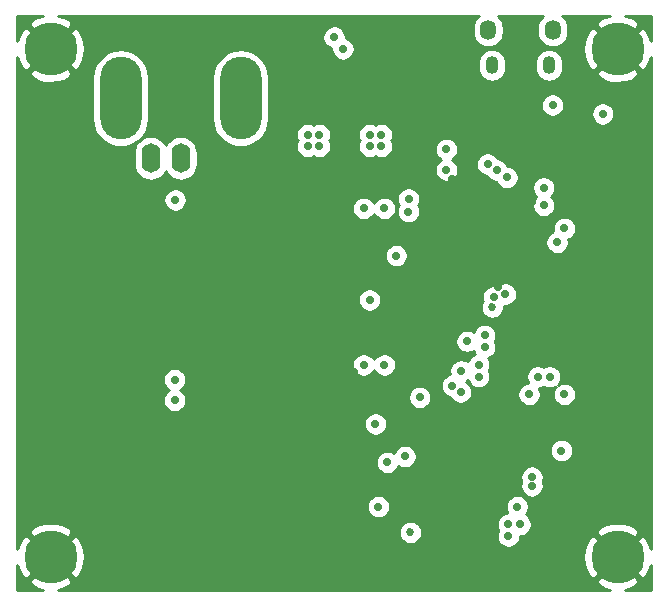
<source format=gbr>
G04 #@! TF.GenerationSoftware,KiCad,Pcbnew,5.1.8*
G04 #@! TF.CreationDate,2020-12-14T20:40:46-06:00*
G04 #@! TF.ProjectId,pcb,7063622e-6b69-4636-9164-5f7063625858,rev?*
G04 #@! TF.SameCoordinates,Original*
G04 #@! TF.FileFunction,Copper,L2,Inr*
G04 #@! TF.FilePolarity,Positive*
%FSLAX46Y46*%
G04 Gerber Fmt 4.6, Leading zero omitted, Abs format (unit mm)*
G04 Created by KiCad (PCBNEW 5.1.8) date 2020-12-14 20:40:46*
%MOMM*%
%LPD*%
G01*
G04 APERTURE LIST*
G04 #@! TA.AperFunction,ComponentPad*
%ADD10C,4.500000*%
G04 #@! TD*
G04 #@! TA.AperFunction,ComponentPad*
%ADD11O,1.350000X1.700000*%
G04 #@! TD*
G04 #@! TA.AperFunction,ComponentPad*
%ADD12O,1.100000X1.500000*%
G04 #@! TD*
G04 #@! TA.AperFunction,ComponentPad*
%ADD13O,1.600000X2.500000*%
G04 #@! TD*
G04 #@! TA.AperFunction,ComponentPad*
%ADD14O,3.500000X7.000000*%
G04 #@! TD*
G04 #@! TA.AperFunction,ViaPad*
%ADD15C,0.900000*%
G04 #@! TD*
G04 #@! TA.AperFunction,ViaPad*
%ADD16C,0.700000*%
G04 #@! TD*
G04 #@! TA.AperFunction,ViaPad*
%ADD17C,0.685800*%
G04 #@! TD*
G04 #@! TA.AperFunction,Conductor*
%ADD18C,0.254000*%
G04 #@! TD*
G04 #@! TA.AperFunction,Conductor*
%ADD19C,0.100000*%
G04 #@! TD*
G04 APERTURE END LIST*
D10*
X20250000Y-63750000D03*
X20250000Y-106750000D03*
X68250000Y-106750000D03*
X68250000Y-63750000D03*
D11*
X57295000Y-62131000D03*
X62755000Y-62131000D03*
D12*
X57605000Y-65131000D03*
X62445000Y-65131000D03*
D13*
X28710000Y-73000000D03*
X31250000Y-73000000D03*
D14*
X36330000Y-67920000D03*
X26170000Y-67920000D03*
D15*
X53750000Y-99500000D03*
X55750000Y-99500000D03*
X57750000Y-99500000D03*
X57750000Y-95500000D03*
X55750000Y-95500000D03*
X53750000Y-95500000D03*
X53750000Y-79250000D03*
X55750000Y-79250000D03*
X57750000Y-79250000D03*
X57750000Y-81250000D03*
X53750000Y-81250000D03*
X55750000Y-81250000D03*
X55750000Y-77250000D03*
X57750000Y-77250000D03*
X53750000Y-77250000D03*
D16*
X46500000Y-93750000D03*
X46250000Y-99750000D03*
X46500000Y-102500000D03*
X56500000Y-102600000D03*
X51500000Y-89750000D03*
X50500000Y-90750000D03*
X63500000Y-99000000D03*
X63250000Y-102500000D03*
X64500000Y-100750000D03*
X46750000Y-87000000D03*
X48500000Y-87000000D03*
X48500000Y-73750000D03*
X46750000Y-73750000D03*
X46750000Y-78500000D03*
X45905000Y-79095000D03*
X45865000Y-81635000D03*
X45925000Y-84175000D03*
X45945000Y-85445000D03*
X38055000Y-85445000D03*
X38055000Y-76555000D03*
X38075000Y-77825000D03*
X45945000Y-98695000D03*
X38055000Y-98695000D03*
X52250000Y-88000000D03*
X50500000Y-83750000D03*
X50550000Y-79950000D03*
X50250000Y-72250000D03*
X50250000Y-74000000D03*
X60000000Y-73500000D03*
X61000000Y-76750000D03*
X62250000Y-84500000D03*
X58125000Y-83875000D03*
X46826200Y-63423800D03*
X50211900Y-66461900D03*
X50250000Y-69500000D03*
X41500000Y-63750000D03*
X45134800Y-69134800D03*
X45192400Y-66442400D03*
X54250000Y-74750000D03*
X60700000Y-72000000D03*
X51750000Y-102150000D03*
X47750000Y-97750000D03*
X46500000Y-92000000D03*
X45925000Y-91075000D03*
X45865000Y-94885000D03*
X49000000Y-79750000D03*
X56575000Y-72425000D03*
X58725000Y-66775000D03*
X57750000Y-67250000D03*
X56750000Y-66750000D03*
X56750000Y-67750000D03*
X54750000Y-67750000D03*
X54750000Y-66750000D03*
X54750000Y-65750000D03*
X54750000Y-64750000D03*
X55750000Y-66750000D03*
X55750000Y-67750000D03*
D17*
X28500000Y-107750000D03*
D16*
X31000000Y-107750000D03*
X34462500Y-106787500D03*
X24962500Y-106787500D03*
X48750000Y-98750000D03*
X48000000Y-102500000D03*
X54250000Y-92250000D03*
X51500000Y-93250000D03*
X60750000Y-93000000D03*
X63750000Y-93000000D03*
X59750000Y-102500000D03*
X47250000Y-85000000D03*
X46750000Y-90500000D03*
X48500000Y-90500000D03*
X46750000Y-77250000D03*
X48500000Y-77250000D03*
X47250000Y-71000000D03*
X49500000Y-81250000D03*
X50550000Y-76450000D03*
X53750000Y-72250000D03*
X53750000Y-74000000D03*
X62000000Y-75500000D03*
X58750000Y-84500000D03*
X45000000Y-63750000D03*
X48250000Y-71000000D03*
X48250000Y-72000000D03*
X47250000Y-72000000D03*
X44250000Y-62750000D03*
D17*
X50712500Y-104687500D03*
D16*
X30750000Y-91750000D03*
X30750000Y-93500000D03*
X30787500Y-76537500D03*
X61000000Y-100750000D03*
X61000000Y-100000000D03*
X47750000Y-95500000D03*
X42000000Y-71000000D03*
X42000000Y-72000000D03*
X43000000Y-71000000D03*
X43000000Y-72000000D03*
X50250000Y-98250000D03*
X55000000Y-91000000D03*
X57000000Y-89000000D03*
X56500000Y-91500000D03*
X56500000Y-90500000D03*
X55500000Y-88500000D03*
X61500000Y-91500000D03*
X62500000Y-91500000D03*
X57250000Y-73500000D03*
X67000000Y-69250000D03*
X58000000Y-74000000D03*
X58875000Y-74625000D03*
X62000000Y-77000000D03*
X57000000Y-88000000D03*
X50537500Y-77537500D03*
X59000000Y-105000000D03*
X59000000Y-104000000D03*
X60000000Y-104000000D03*
X63500000Y-97750000D03*
D17*
X57625000Y-85625000D03*
D16*
X57750000Y-84750000D03*
X63125000Y-80125000D03*
X63750000Y-78950000D03*
X54950000Y-92800000D03*
X62750000Y-68500000D03*
D18*
X19128434Y-61076790D02*
X18650416Y-61332296D01*
X18404265Y-61724660D01*
X20250000Y-63570395D01*
X22095735Y-61724660D01*
X21849584Y-61332296D01*
X21347178Y-61066688D01*
X20905834Y-60935000D01*
X56474128Y-60935000D01*
X56364209Y-61025208D01*
X56200505Y-61224682D01*
X56078862Y-61452259D01*
X56003955Y-61699195D01*
X55985000Y-61891649D01*
X55985000Y-62370350D01*
X56003955Y-62562804D01*
X56078862Y-62809740D01*
X56200505Y-63037317D01*
X56364208Y-63236792D01*
X56563682Y-63400495D01*
X56791259Y-63522138D01*
X57038195Y-63597045D01*
X57295000Y-63622338D01*
X57551804Y-63597045D01*
X57798740Y-63522138D01*
X58026317Y-63400495D01*
X58225792Y-63236792D01*
X58389495Y-63037318D01*
X58511138Y-62809741D01*
X58586045Y-62562805D01*
X58605000Y-62370351D01*
X58605000Y-61891650D01*
X58586045Y-61699196D01*
X58511138Y-61452260D01*
X58389495Y-61224682D01*
X58225792Y-61025208D01*
X58115873Y-60935000D01*
X61934128Y-60935000D01*
X61824209Y-61025208D01*
X61660505Y-61224682D01*
X61538862Y-61452259D01*
X61463955Y-61699195D01*
X61445000Y-61891649D01*
X61445000Y-62370350D01*
X61463955Y-62562804D01*
X61538862Y-62809740D01*
X61660505Y-63037317D01*
X61824208Y-63236792D01*
X62023682Y-63400495D01*
X62251259Y-63522138D01*
X62498195Y-63597045D01*
X62755000Y-63622338D01*
X63011804Y-63597045D01*
X63258740Y-63522138D01*
X63486317Y-63400495D01*
X63685792Y-63236792D01*
X63849495Y-63037318D01*
X63971138Y-62809741D01*
X64046045Y-62562805D01*
X64065000Y-62370351D01*
X64065000Y-61891650D01*
X64046045Y-61699196D01*
X63971138Y-61452260D01*
X63849495Y-61224682D01*
X63685792Y-61025208D01*
X63575873Y-60935000D01*
X67588304Y-60935000D01*
X67128434Y-61076790D01*
X66650416Y-61332296D01*
X66404265Y-61724660D01*
X68250000Y-63570395D01*
X70095735Y-61724660D01*
X69849584Y-61332296D01*
X69347178Y-61066688D01*
X68905834Y-60935000D01*
X71065000Y-60935000D01*
X71065000Y-63088305D01*
X70923210Y-62628434D01*
X70667704Y-62150416D01*
X70275340Y-61904265D01*
X68429605Y-63750000D01*
X70275340Y-65595735D01*
X70667704Y-65349584D01*
X70933312Y-64847178D01*
X71065000Y-64405834D01*
X71065001Y-106088307D01*
X70923210Y-105628434D01*
X70667704Y-105150416D01*
X70275340Y-104904265D01*
X68429605Y-106750000D01*
X70275340Y-108595735D01*
X70667704Y-108349584D01*
X70933312Y-107847178D01*
X71065001Y-107405831D01*
X71065001Y-109565000D01*
X68911696Y-109565000D01*
X69371566Y-109423210D01*
X69849584Y-109167704D01*
X70095735Y-108775340D01*
X68250000Y-106929605D01*
X66404265Y-108775340D01*
X66650416Y-109167704D01*
X67152822Y-109433312D01*
X67594166Y-109565000D01*
X20911696Y-109565000D01*
X21371566Y-109423210D01*
X21849584Y-109167704D01*
X22095735Y-108775340D01*
X20250000Y-106929605D01*
X18404265Y-108775340D01*
X18650416Y-109167704D01*
X19152822Y-109433312D01*
X19594166Y-109565000D01*
X17435000Y-109565000D01*
X17435000Y-107411696D01*
X17576790Y-107871566D01*
X17832296Y-108349584D01*
X18224660Y-108595735D01*
X20070395Y-106750000D01*
X20429605Y-106750000D01*
X22275340Y-108595735D01*
X22667704Y-108349584D01*
X22933312Y-107847178D01*
X23095801Y-107302607D01*
X23146449Y-106763199D01*
X65351072Y-106763199D01*
X65409348Y-107328498D01*
X65576790Y-107871566D01*
X65832296Y-108349584D01*
X66224660Y-108595735D01*
X68070395Y-106750000D01*
X66224660Y-104904265D01*
X65832296Y-105150416D01*
X65566688Y-105652822D01*
X65404199Y-106197393D01*
X65351072Y-106763199D01*
X23146449Y-106763199D01*
X23148928Y-106736801D01*
X23090652Y-106171502D01*
X22923210Y-105628434D01*
X22667704Y-105150416D01*
X22275340Y-104904265D01*
X20429605Y-106750000D01*
X20070395Y-106750000D01*
X18224660Y-104904265D01*
X17832296Y-105150416D01*
X17566688Y-105652822D01*
X17435000Y-106094166D01*
X17435000Y-104724660D01*
X18404265Y-104724660D01*
X20250000Y-106570395D01*
X22095735Y-104724660D01*
X22011999Y-104591185D01*
X49734600Y-104591185D01*
X49734600Y-104783815D01*
X49772180Y-104972743D01*
X49845896Y-105150710D01*
X49952915Y-105310875D01*
X50089125Y-105447085D01*
X50249290Y-105554104D01*
X50427257Y-105627820D01*
X50616185Y-105665400D01*
X50808815Y-105665400D01*
X50997743Y-105627820D01*
X51175710Y-105554104D01*
X51335875Y-105447085D01*
X51472085Y-105310875D01*
X51579104Y-105150710D01*
X51652820Y-104972743D01*
X51690400Y-104783815D01*
X51690400Y-104591185D01*
X51652820Y-104402257D01*
X51579104Y-104224290D01*
X51472085Y-104064125D01*
X51335875Y-103927915D01*
X51298567Y-103902986D01*
X58015000Y-103902986D01*
X58015000Y-104097014D01*
X58052853Y-104287314D01*
X58127104Y-104466572D01*
X58149440Y-104500000D01*
X58127104Y-104533428D01*
X58052853Y-104712686D01*
X58015000Y-104902986D01*
X58015000Y-105097014D01*
X58052853Y-105287314D01*
X58127104Y-105466572D01*
X58234901Y-105627901D01*
X58372099Y-105765099D01*
X58533428Y-105872896D01*
X58712686Y-105947147D01*
X58902986Y-105985000D01*
X59097014Y-105985000D01*
X59287314Y-105947147D01*
X59466572Y-105872896D01*
X59627901Y-105765099D01*
X59765099Y-105627901D01*
X59872896Y-105466572D01*
X59947147Y-105287314D01*
X59985000Y-105097014D01*
X59985000Y-104985000D01*
X60097014Y-104985000D01*
X60287314Y-104947147D01*
X60466572Y-104872896D01*
X60627901Y-104765099D01*
X60668340Y-104724660D01*
X66404265Y-104724660D01*
X68250000Y-106570395D01*
X70095735Y-104724660D01*
X69849584Y-104332296D01*
X69347178Y-104066688D01*
X68802607Y-103904199D01*
X68236801Y-103851072D01*
X67671502Y-103909348D01*
X67128434Y-104076790D01*
X66650416Y-104332296D01*
X66404265Y-104724660D01*
X60668340Y-104724660D01*
X60765099Y-104627901D01*
X60872896Y-104466572D01*
X60947147Y-104287314D01*
X60985000Y-104097014D01*
X60985000Y-103902986D01*
X60947147Y-103712686D01*
X60872896Y-103533428D01*
X60765099Y-103372099D01*
X60627901Y-103234901D01*
X60496140Y-103146860D01*
X60515099Y-103127901D01*
X60622896Y-102966572D01*
X60697147Y-102787314D01*
X60735000Y-102597014D01*
X60735000Y-102402986D01*
X60697147Y-102212686D01*
X60622896Y-102033428D01*
X60515099Y-101872099D01*
X60377901Y-101734901D01*
X60216572Y-101627104D01*
X60037314Y-101552853D01*
X59847014Y-101515000D01*
X59652986Y-101515000D01*
X59462686Y-101552853D01*
X59283428Y-101627104D01*
X59122099Y-101734901D01*
X58984901Y-101872099D01*
X58877104Y-102033428D01*
X58802853Y-102212686D01*
X58765000Y-102402986D01*
X58765000Y-102597014D01*
X58802853Y-102787314D01*
X58877104Y-102966572D01*
X58909463Y-103015000D01*
X58902986Y-103015000D01*
X58712686Y-103052853D01*
X58533428Y-103127104D01*
X58372099Y-103234901D01*
X58234901Y-103372099D01*
X58127104Y-103533428D01*
X58052853Y-103712686D01*
X58015000Y-103902986D01*
X51298567Y-103902986D01*
X51175710Y-103820896D01*
X50997743Y-103747180D01*
X50808815Y-103709600D01*
X50616185Y-103709600D01*
X50427257Y-103747180D01*
X50249290Y-103820896D01*
X50089125Y-103927915D01*
X49952915Y-104064125D01*
X49845896Y-104224290D01*
X49772180Y-104402257D01*
X49734600Y-104591185D01*
X22011999Y-104591185D01*
X21849584Y-104332296D01*
X21347178Y-104066688D01*
X20802607Y-103904199D01*
X20236801Y-103851072D01*
X19671502Y-103909348D01*
X19128434Y-104076790D01*
X18650416Y-104332296D01*
X18404265Y-104724660D01*
X17435000Y-104724660D01*
X17435000Y-102402986D01*
X47015000Y-102402986D01*
X47015000Y-102597014D01*
X47052853Y-102787314D01*
X47127104Y-102966572D01*
X47234901Y-103127901D01*
X47372099Y-103265099D01*
X47533428Y-103372896D01*
X47712686Y-103447147D01*
X47902986Y-103485000D01*
X48097014Y-103485000D01*
X48287314Y-103447147D01*
X48466572Y-103372896D01*
X48627901Y-103265099D01*
X48765099Y-103127901D01*
X48872896Y-102966572D01*
X48947147Y-102787314D01*
X48985000Y-102597014D01*
X48985000Y-102402986D01*
X48947147Y-102212686D01*
X48872896Y-102033428D01*
X48765099Y-101872099D01*
X48627901Y-101734901D01*
X48466572Y-101627104D01*
X48287314Y-101552853D01*
X48097014Y-101515000D01*
X47902986Y-101515000D01*
X47712686Y-101552853D01*
X47533428Y-101627104D01*
X47372099Y-101734901D01*
X47234901Y-101872099D01*
X47127104Y-102033428D01*
X47052853Y-102212686D01*
X47015000Y-102402986D01*
X17435000Y-102402986D01*
X17435000Y-99902986D01*
X60015000Y-99902986D01*
X60015000Y-100097014D01*
X60052853Y-100287314D01*
X60089174Y-100375000D01*
X60052853Y-100462686D01*
X60015000Y-100652986D01*
X60015000Y-100847014D01*
X60052853Y-101037314D01*
X60127104Y-101216572D01*
X60234901Y-101377901D01*
X60372099Y-101515099D01*
X60533428Y-101622896D01*
X60712686Y-101697147D01*
X60902986Y-101735000D01*
X61097014Y-101735000D01*
X61287314Y-101697147D01*
X61466572Y-101622896D01*
X61627901Y-101515099D01*
X61765099Y-101377901D01*
X61872896Y-101216572D01*
X61947147Y-101037314D01*
X61985000Y-100847014D01*
X61985000Y-100652986D01*
X61947147Y-100462686D01*
X61910826Y-100375000D01*
X61947147Y-100287314D01*
X61985000Y-100097014D01*
X61985000Y-99902986D01*
X61947147Y-99712686D01*
X61872896Y-99533428D01*
X61765099Y-99372099D01*
X61627901Y-99234901D01*
X61466572Y-99127104D01*
X61287314Y-99052853D01*
X61097014Y-99015000D01*
X60902986Y-99015000D01*
X60712686Y-99052853D01*
X60533428Y-99127104D01*
X60372099Y-99234901D01*
X60234901Y-99372099D01*
X60127104Y-99533428D01*
X60052853Y-99712686D01*
X60015000Y-99902986D01*
X17435000Y-99902986D01*
X17435000Y-98652986D01*
X47765000Y-98652986D01*
X47765000Y-98847014D01*
X47802853Y-99037314D01*
X47877104Y-99216572D01*
X47984901Y-99377901D01*
X48122099Y-99515099D01*
X48283428Y-99622896D01*
X48462686Y-99697147D01*
X48652986Y-99735000D01*
X48847014Y-99735000D01*
X49037314Y-99697147D01*
X49216572Y-99622896D01*
X49377901Y-99515099D01*
X49515099Y-99377901D01*
X49622896Y-99216572D01*
X49688086Y-99059190D01*
X49783428Y-99122896D01*
X49962686Y-99197147D01*
X50152986Y-99235000D01*
X50347014Y-99235000D01*
X50537314Y-99197147D01*
X50716572Y-99122896D01*
X50877901Y-99015099D01*
X51015099Y-98877901D01*
X51122896Y-98716572D01*
X51197147Y-98537314D01*
X51235000Y-98347014D01*
X51235000Y-98152986D01*
X51197147Y-97962686D01*
X51122896Y-97783428D01*
X51035738Y-97652986D01*
X62515000Y-97652986D01*
X62515000Y-97847014D01*
X62552853Y-98037314D01*
X62627104Y-98216572D01*
X62734901Y-98377901D01*
X62872099Y-98515099D01*
X63033428Y-98622896D01*
X63212686Y-98697147D01*
X63402986Y-98735000D01*
X63597014Y-98735000D01*
X63787314Y-98697147D01*
X63966572Y-98622896D01*
X64127901Y-98515099D01*
X64265099Y-98377901D01*
X64372896Y-98216572D01*
X64447147Y-98037314D01*
X64485000Y-97847014D01*
X64485000Y-97652986D01*
X64447147Y-97462686D01*
X64372896Y-97283428D01*
X64265099Y-97122099D01*
X64127901Y-96984901D01*
X63966572Y-96877104D01*
X63787314Y-96802853D01*
X63597014Y-96765000D01*
X63402986Y-96765000D01*
X63212686Y-96802853D01*
X63033428Y-96877104D01*
X62872099Y-96984901D01*
X62734901Y-97122099D01*
X62627104Y-97283428D01*
X62552853Y-97462686D01*
X62515000Y-97652986D01*
X51035738Y-97652986D01*
X51015099Y-97622099D01*
X50877901Y-97484901D01*
X50716572Y-97377104D01*
X50537314Y-97302853D01*
X50347014Y-97265000D01*
X50152986Y-97265000D01*
X49962686Y-97302853D01*
X49783428Y-97377104D01*
X49622099Y-97484901D01*
X49484901Y-97622099D01*
X49377104Y-97783428D01*
X49311914Y-97940810D01*
X49216572Y-97877104D01*
X49037314Y-97802853D01*
X48847014Y-97765000D01*
X48652986Y-97765000D01*
X48462686Y-97802853D01*
X48283428Y-97877104D01*
X48122099Y-97984901D01*
X47984901Y-98122099D01*
X47877104Y-98283428D01*
X47802853Y-98462686D01*
X47765000Y-98652986D01*
X17435000Y-98652986D01*
X17435000Y-95402986D01*
X46765000Y-95402986D01*
X46765000Y-95597014D01*
X46802853Y-95787314D01*
X46877104Y-95966572D01*
X46984901Y-96127901D01*
X47122099Y-96265099D01*
X47283428Y-96372896D01*
X47462686Y-96447147D01*
X47652986Y-96485000D01*
X47847014Y-96485000D01*
X48037314Y-96447147D01*
X48216572Y-96372896D01*
X48377901Y-96265099D01*
X48515099Y-96127901D01*
X48622896Y-95966572D01*
X48697147Y-95787314D01*
X48735000Y-95597014D01*
X48735000Y-95402986D01*
X48697147Y-95212686D01*
X48622896Y-95033428D01*
X48515099Y-94872099D01*
X48377901Y-94734901D01*
X48216572Y-94627104D01*
X48037314Y-94552853D01*
X47847014Y-94515000D01*
X47652986Y-94515000D01*
X47462686Y-94552853D01*
X47283428Y-94627104D01*
X47122099Y-94734901D01*
X46984901Y-94872099D01*
X46877104Y-95033428D01*
X46802853Y-95212686D01*
X46765000Y-95402986D01*
X17435000Y-95402986D01*
X17435000Y-91652986D01*
X29765000Y-91652986D01*
X29765000Y-91847014D01*
X29802853Y-92037314D01*
X29877104Y-92216572D01*
X29984901Y-92377901D01*
X30122099Y-92515099D01*
X30283428Y-92622896D01*
X30288508Y-92625000D01*
X30283428Y-92627104D01*
X30122099Y-92734901D01*
X29984901Y-92872099D01*
X29877104Y-93033428D01*
X29802853Y-93212686D01*
X29765000Y-93402986D01*
X29765000Y-93597014D01*
X29802853Y-93787314D01*
X29877104Y-93966572D01*
X29984901Y-94127901D01*
X30122099Y-94265099D01*
X30283428Y-94372896D01*
X30462686Y-94447147D01*
X30652986Y-94485000D01*
X30847014Y-94485000D01*
X31037314Y-94447147D01*
X31216572Y-94372896D01*
X31377901Y-94265099D01*
X31515099Y-94127901D01*
X31622896Y-93966572D01*
X31697147Y-93787314D01*
X31735000Y-93597014D01*
X31735000Y-93402986D01*
X31697147Y-93212686D01*
X31672419Y-93152986D01*
X50515000Y-93152986D01*
X50515000Y-93347014D01*
X50552853Y-93537314D01*
X50627104Y-93716572D01*
X50734901Y-93877901D01*
X50872099Y-94015099D01*
X51033428Y-94122896D01*
X51212686Y-94197147D01*
X51402986Y-94235000D01*
X51597014Y-94235000D01*
X51787314Y-94197147D01*
X51966572Y-94122896D01*
X52127901Y-94015099D01*
X52265099Y-93877901D01*
X52372896Y-93716572D01*
X52447147Y-93537314D01*
X52485000Y-93347014D01*
X52485000Y-93152986D01*
X52447147Y-92962686D01*
X52372896Y-92783428D01*
X52265099Y-92622099D01*
X52127901Y-92484901D01*
X51966572Y-92377104D01*
X51787314Y-92302853D01*
X51597014Y-92265000D01*
X51402986Y-92265000D01*
X51212686Y-92302853D01*
X51033428Y-92377104D01*
X50872099Y-92484901D01*
X50734901Y-92622099D01*
X50627104Y-92783428D01*
X50552853Y-92962686D01*
X50515000Y-93152986D01*
X31672419Y-93152986D01*
X31622896Y-93033428D01*
X31515099Y-92872099D01*
X31377901Y-92734901D01*
X31216572Y-92627104D01*
X31211492Y-92625000D01*
X31216572Y-92622896D01*
X31377901Y-92515099D01*
X31515099Y-92377901D01*
X31622896Y-92216572D01*
X31649234Y-92152986D01*
X53265000Y-92152986D01*
X53265000Y-92347014D01*
X53302853Y-92537314D01*
X53377104Y-92716572D01*
X53484901Y-92877901D01*
X53622099Y-93015099D01*
X53783428Y-93122896D01*
X53962686Y-93197147D01*
X54056039Y-93215716D01*
X54077104Y-93266572D01*
X54184901Y-93427901D01*
X54322099Y-93565099D01*
X54483428Y-93672896D01*
X54662686Y-93747147D01*
X54852986Y-93785000D01*
X55047014Y-93785000D01*
X55237314Y-93747147D01*
X55416572Y-93672896D01*
X55577901Y-93565099D01*
X55715099Y-93427901D01*
X55822896Y-93266572D01*
X55897147Y-93087314D01*
X55933812Y-92902986D01*
X59765000Y-92902986D01*
X59765000Y-93097014D01*
X59802853Y-93287314D01*
X59877104Y-93466572D01*
X59984901Y-93627901D01*
X60122099Y-93765099D01*
X60283428Y-93872896D01*
X60462686Y-93947147D01*
X60652986Y-93985000D01*
X60847014Y-93985000D01*
X61037314Y-93947147D01*
X61216572Y-93872896D01*
X61377901Y-93765099D01*
X61515099Y-93627901D01*
X61622896Y-93466572D01*
X61697147Y-93287314D01*
X61735000Y-93097014D01*
X61735000Y-92902986D01*
X61697147Y-92712686D01*
X61622896Y-92533428D01*
X61590537Y-92485000D01*
X61597014Y-92485000D01*
X61787314Y-92447147D01*
X61966572Y-92372896D01*
X62000000Y-92350560D01*
X62033428Y-92372896D01*
X62212686Y-92447147D01*
X62402986Y-92485000D01*
X62597014Y-92485000D01*
X62787314Y-92447147D01*
X62966572Y-92372896D01*
X63019408Y-92337592D01*
X62984901Y-92372099D01*
X62877104Y-92533428D01*
X62802853Y-92712686D01*
X62765000Y-92902986D01*
X62765000Y-93097014D01*
X62802853Y-93287314D01*
X62877104Y-93466572D01*
X62984901Y-93627901D01*
X63122099Y-93765099D01*
X63283428Y-93872896D01*
X63462686Y-93947147D01*
X63652986Y-93985000D01*
X63847014Y-93985000D01*
X64037314Y-93947147D01*
X64216572Y-93872896D01*
X64377901Y-93765099D01*
X64515099Y-93627901D01*
X64622896Y-93466572D01*
X64697147Y-93287314D01*
X64735000Y-93097014D01*
X64735000Y-92902986D01*
X64697147Y-92712686D01*
X64622896Y-92533428D01*
X64515099Y-92372099D01*
X64377901Y-92234901D01*
X64216572Y-92127104D01*
X64037314Y-92052853D01*
X63847014Y-92015000D01*
X63652986Y-92015000D01*
X63462686Y-92052853D01*
X63283428Y-92127104D01*
X63230592Y-92162408D01*
X63265099Y-92127901D01*
X63372896Y-91966572D01*
X63447147Y-91787314D01*
X63485000Y-91597014D01*
X63485000Y-91402986D01*
X63447147Y-91212686D01*
X63372896Y-91033428D01*
X63265099Y-90872099D01*
X63127901Y-90734901D01*
X62966572Y-90627104D01*
X62787314Y-90552853D01*
X62597014Y-90515000D01*
X62402986Y-90515000D01*
X62212686Y-90552853D01*
X62033428Y-90627104D01*
X62000000Y-90649440D01*
X61966572Y-90627104D01*
X61787314Y-90552853D01*
X61597014Y-90515000D01*
X61402986Y-90515000D01*
X61212686Y-90552853D01*
X61033428Y-90627104D01*
X60872099Y-90734901D01*
X60734901Y-90872099D01*
X60627104Y-91033428D01*
X60552853Y-91212686D01*
X60515000Y-91402986D01*
X60515000Y-91597014D01*
X60552853Y-91787314D01*
X60627104Y-91966572D01*
X60659463Y-92015000D01*
X60652986Y-92015000D01*
X60462686Y-92052853D01*
X60283428Y-92127104D01*
X60122099Y-92234901D01*
X59984901Y-92372099D01*
X59877104Y-92533428D01*
X59802853Y-92712686D01*
X59765000Y-92902986D01*
X55933812Y-92902986D01*
X55935000Y-92897014D01*
X55935000Y-92702986D01*
X55897147Y-92512686D01*
X55822896Y-92333428D01*
X55715099Y-92172099D01*
X55577901Y-92034901D01*
X55416572Y-91927104D01*
X55376137Y-91910355D01*
X55466572Y-91872896D01*
X55561914Y-91809190D01*
X55627104Y-91966572D01*
X55734901Y-92127901D01*
X55872099Y-92265099D01*
X56033428Y-92372896D01*
X56212686Y-92447147D01*
X56402986Y-92485000D01*
X56597014Y-92485000D01*
X56787314Y-92447147D01*
X56966572Y-92372896D01*
X57127901Y-92265099D01*
X57265099Y-92127901D01*
X57372896Y-91966572D01*
X57447147Y-91787314D01*
X57485000Y-91597014D01*
X57485000Y-91402986D01*
X57447147Y-91212686D01*
X57372896Y-91033428D01*
X57350560Y-91000000D01*
X57372896Y-90966572D01*
X57447147Y-90787314D01*
X57485000Y-90597014D01*
X57485000Y-90402986D01*
X57447147Y-90212686D01*
X57372896Y-90033428D01*
X57309190Y-89938086D01*
X57466572Y-89872896D01*
X57627901Y-89765099D01*
X57765099Y-89627901D01*
X57872896Y-89466572D01*
X57947147Y-89287314D01*
X57985000Y-89097014D01*
X57985000Y-88902986D01*
X57947147Y-88712686D01*
X57872896Y-88533428D01*
X57850560Y-88500000D01*
X57872896Y-88466572D01*
X57947147Y-88287314D01*
X57985000Y-88097014D01*
X57985000Y-87902986D01*
X57947147Y-87712686D01*
X57872896Y-87533428D01*
X57765099Y-87372099D01*
X57627901Y-87234901D01*
X57466572Y-87127104D01*
X57287314Y-87052853D01*
X57097014Y-87015000D01*
X56902986Y-87015000D01*
X56712686Y-87052853D01*
X56533428Y-87127104D01*
X56372099Y-87234901D01*
X56234901Y-87372099D01*
X56127104Y-87533428D01*
X56061914Y-87690810D01*
X55966572Y-87627104D01*
X55787314Y-87552853D01*
X55597014Y-87515000D01*
X55402986Y-87515000D01*
X55212686Y-87552853D01*
X55033428Y-87627104D01*
X54872099Y-87734901D01*
X54734901Y-87872099D01*
X54627104Y-88033428D01*
X54552853Y-88212686D01*
X54515000Y-88402986D01*
X54515000Y-88597014D01*
X54552853Y-88787314D01*
X54627104Y-88966572D01*
X54734901Y-89127901D01*
X54872099Y-89265099D01*
X55033428Y-89372896D01*
X55212686Y-89447147D01*
X55402986Y-89485000D01*
X55597014Y-89485000D01*
X55787314Y-89447147D01*
X55966572Y-89372896D01*
X56061914Y-89309190D01*
X56127104Y-89466572D01*
X56190810Y-89561914D01*
X56033428Y-89627104D01*
X55872099Y-89734901D01*
X55734901Y-89872099D01*
X55627104Y-90033428D01*
X55561914Y-90190810D01*
X55466572Y-90127104D01*
X55287314Y-90052853D01*
X55097014Y-90015000D01*
X54902986Y-90015000D01*
X54712686Y-90052853D01*
X54533428Y-90127104D01*
X54372099Y-90234901D01*
X54234901Y-90372099D01*
X54127104Y-90533428D01*
X54052853Y-90712686D01*
X54015000Y-90902986D01*
X54015000Y-91097014D01*
X54052394Y-91285009D01*
X53962686Y-91302853D01*
X53783428Y-91377104D01*
X53622099Y-91484901D01*
X53484901Y-91622099D01*
X53377104Y-91783428D01*
X53302853Y-91962686D01*
X53265000Y-92152986D01*
X31649234Y-92152986D01*
X31697147Y-92037314D01*
X31735000Y-91847014D01*
X31735000Y-91652986D01*
X31697147Y-91462686D01*
X31622896Y-91283428D01*
X31515099Y-91122099D01*
X31377901Y-90984901D01*
X31216572Y-90877104D01*
X31037314Y-90802853D01*
X30847014Y-90765000D01*
X30652986Y-90765000D01*
X30462686Y-90802853D01*
X30283428Y-90877104D01*
X30122099Y-90984901D01*
X29984901Y-91122099D01*
X29877104Y-91283428D01*
X29802853Y-91462686D01*
X29765000Y-91652986D01*
X17435000Y-91652986D01*
X17435000Y-90402986D01*
X45765000Y-90402986D01*
X45765000Y-90597014D01*
X45802853Y-90787314D01*
X45877104Y-90966572D01*
X45984901Y-91127901D01*
X46122099Y-91265099D01*
X46283428Y-91372896D01*
X46462686Y-91447147D01*
X46652986Y-91485000D01*
X46847014Y-91485000D01*
X47037314Y-91447147D01*
X47216572Y-91372896D01*
X47377901Y-91265099D01*
X47515099Y-91127901D01*
X47622896Y-90966572D01*
X47625000Y-90961492D01*
X47627104Y-90966572D01*
X47734901Y-91127901D01*
X47872099Y-91265099D01*
X48033428Y-91372896D01*
X48212686Y-91447147D01*
X48402986Y-91485000D01*
X48597014Y-91485000D01*
X48787314Y-91447147D01*
X48966572Y-91372896D01*
X49127901Y-91265099D01*
X49265099Y-91127901D01*
X49372896Y-90966572D01*
X49447147Y-90787314D01*
X49485000Y-90597014D01*
X49485000Y-90402986D01*
X49447147Y-90212686D01*
X49372896Y-90033428D01*
X49265099Y-89872099D01*
X49127901Y-89734901D01*
X48966572Y-89627104D01*
X48787314Y-89552853D01*
X48597014Y-89515000D01*
X48402986Y-89515000D01*
X48212686Y-89552853D01*
X48033428Y-89627104D01*
X47872099Y-89734901D01*
X47734901Y-89872099D01*
X47627104Y-90033428D01*
X47625000Y-90038508D01*
X47622896Y-90033428D01*
X47515099Y-89872099D01*
X47377901Y-89734901D01*
X47216572Y-89627104D01*
X47037314Y-89552853D01*
X46847014Y-89515000D01*
X46652986Y-89515000D01*
X46462686Y-89552853D01*
X46283428Y-89627104D01*
X46122099Y-89734901D01*
X45984901Y-89872099D01*
X45877104Y-90033428D01*
X45802853Y-90212686D01*
X45765000Y-90402986D01*
X17435000Y-90402986D01*
X17435000Y-84902986D01*
X46265000Y-84902986D01*
X46265000Y-85097014D01*
X46302853Y-85287314D01*
X46377104Y-85466572D01*
X46484901Y-85627901D01*
X46622099Y-85765099D01*
X46783428Y-85872896D01*
X46962686Y-85947147D01*
X47152986Y-85985000D01*
X47347014Y-85985000D01*
X47537314Y-85947147D01*
X47716572Y-85872896D01*
X47877901Y-85765099D01*
X48015099Y-85627901D01*
X48081393Y-85528685D01*
X56647100Y-85528685D01*
X56647100Y-85721315D01*
X56684680Y-85910243D01*
X56758396Y-86088210D01*
X56865415Y-86248375D01*
X57001625Y-86384585D01*
X57161790Y-86491604D01*
X57339757Y-86565320D01*
X57528685Y-86602900D01*
X57721315Y-86602900D01*
X57910243Y-86565320D01*
X58088210Y-86491604D01*
X58248375Y-86384585D01*
X58384585Y-86248375D01*
X58491604Y-86088210D01*
X58565320Y-85910243D01*
X58602900Y-85721315D01*
X58602900Y-85528685D01*
X58591789Y-85472827D01*
X58652986Y-85485000D01*
X58847014Y-85485000D01*
X59037314Y-85447147D01*
X59216572Y-85372896D01*
X59377901Y-85265099D01*
X59515099Y-85127901D01*
X59622896Y-84966572D01*
X59697147Y-84787314D01*
X59735000Y-84597014D01*
X59735000Y-84402986D01*
X59697147Y-84212686D01*
X59622896Y-84033428D01*
X59515099Y-83872099D01*
X59377901Y-83734901D01*
X59216572Y-83627104D01*
X59037314Y-83552853D01*
X58847014Y-83515000D01*
X58652986Y-83515000D01*
X58462686Y-83552853D01*
X58283428Y-83627104D01*
X58122099Y-83734901D01*
X58049217Y-83807783D01*
X58037314Y-83802853D01*
X57847014Y-83765000D01*
X57652986Y-83765000D01*
X57462686Y-83802853D01*
X57283428Y-83877104D01*
X57122099Y-83984901D01*
X56984901Y-84122099D01*
X56877104Y-84283428D01*
X56802853Y-84462686D01*
X56765000Y-84652986D01*
X56765000Y-84847014D01*
X56802853Y-85037314D01*
X56817669Y-85073082D01*
X56758396Y-85161790D01*
X56684680Y-85339757D01*
X56647100Y-85528685D01*
X48081393Y-85528685D01*
X48122896Y-85466572D01*
X48197147Y-85287314D01*
X48235000Y-85097014D01*
X48235000Y-84902986D01*
X48197147Y-84712686D01*
X48122896Y-84533428D01*
X48015099Y-84372099D01*
X47877901Y-84234901D01*
X47716572Y-84127104D01*
X47537314Y-84052853D01*
X47347014Y-84015000D01*
X47152986Y-84015000D01*
X46962686Y-84052853D01*
X46783428Y-84127104D01*
X46622099Y-84234901D01*
X46484901Y-84372099D01*
X46377104Y-84533428D01*
X46302853Y-84712686D01*
X46265000Y-84902986D01*
X17435000Y-84902986D01*
X17435000Y-81152986D01*
X48515000Y-81152986D01*
X48515000Y-81347014D01*
X48552853Y-81537314D01*
X48627104Y-81716572D01*
X48734901Y-81877901D01*
X48872099Y-82015099D01*
X49033428Y-82122896D01*
X49212686Y-82197147D01*
X49402986Y-82235000D01*
X49597014Y-82235000D01*
X49787314Y-82197147D01*
X49966572Y-82122896D01*
X50127901Y-82015099D01*
X50265099Y-81877901D01*
X50372896Y-81716572D01*
X50447147Y-81537314D01*
X50485000Y-81347014D01*
X50485000Y-81152986D01*
X50447147Y-80962686D01*
X50372896Y-80783428D01*
X50265099Y-80622099D01*
X50127901Y-80484901D01*
X49966572Y-80377104D01*
X49787314Y-80302853D01*
X49597014Y-80265000D01*
X49402986Y-80265000D01*
X49212686Y-80302853D01*
X49033428Y-80377104D01*
X48872099Y-80484901D01*
X48734901Y-80622099D01*
X48627104Y-80783428D01*
X48552853Y-80962686D01*
X48515000Y-81152986D01*
X17435000Y-81152986D01*
X17435000Y-80027986D01*
X62140000Y-80027986D01*
X62140000Y-80222014D01*
X62177853Y-80412314D01*
X62252104Y-80591572D01*
X62359901Y-80752901D01*
X62497099Y-80890099D01*
X62658428Y-80997896D01*
X62837686Y-81072147D01*
X63027986Y-81110000D01*
X63222014Y-81110000D01*
X63412314Y-81072147D01*
X63591572Y-80997896D01*
X63752901Y-80890099D01*
X63890099Y-80752901D01*
X63997896Y-80591572D01*
X64072147Y-80412314D01*
X64110000Y-80222014D01*
X64110000Y-80027986D01*
X64080423Y-79879291D01*
X64216572Y-79822896D01*
X64377901Y-79715099D01*
X64515099Y-79577901D01*
X64622896Y-79416572D01*
X64697147Y-79237314D01*
X64735000Y-79047014D01*
X64735000Y-78852986D01*
X64697147Y-78662686D01*
X64622896Y-78483428D01*
X64515099Y-78322099D01*
X64377901Y-78184901D01*
X64216572Y-78077104D01*
X64037314Y-78002853D01*
X63847014Y-77965000D01*
X63652986Y-77965000D01*
X63462686Y-78002853D01*
X63283428Y-78077104D01*
X63122099Y-78184901D01*
X62984901Y-78322099D01*
X62877104Y-78483428D01*
X62802853Y-78662686D01*
X62765000Y-78852986D01*
X62765000Y-79047014D01*
X62794577Y-79195709D01*
X62658428Y-79252104D01*
X62497099Y-79359901D01*
X62359901Y-79497099D01*
X62252104Y-79658428D01*
X62177853Y-79837686D01*
X62140000Y-80027986D01*
X17435000Y-80027986D01*
X17435000Y-76440486D01*
X29802500Y-76440486D01*
X29802500Y-76634514D01*
X29840353Y-76824814D01*
X29914604Y-77004072D01*
X30022401Y-77165401D01*
X30159599Y-77302599D01*
X30320928Y-77410396D01*
X30500186Y-77484647D01*
X30690486Y-77522500D01*
X30884514Y-77522500D01*
X31074814Y-77484647D01*
X31254072Y-77410396D01*
X31415401Y-77302599D01*
X31552599Y-77165401D01*
X31560894Y-77152986D01*
X45765000Y-77152986D01*
X45765000Y-77347014D01*
X45802853Y-77537314D01*
X45877104Y-77716572D01*
X45984901Y-77877901D01*
X46122099Y-78015099D01*
X46283428Y-78122896D01*
X46462686Y-78197147D01*
X46652986Y-78235000D01*
X46847014Y-78235000D01*
X47037314Y-78197147D01*
X47216572Y-78122896D01*
X47377901Y-78015099D01*
X47515099Y-77877901D01*
X47622896Y-77716572D01*
X47625000Y-77711492D01*
X47627104Y-77716572D01*
X47734901Y-77877901D01*
X47872099Y-78015099D01*
X48033428Y-78122896D01*
X48212686Y-78197147D01*
X48402986Y-78235000D01*
X48597014Y-78235000D01*
X48787314Y-78197147D01*
X48966572Y-78122896D01*
X49127901Y-78015099D01*
X49265099Y-77877901D01*
X49372896Y-77716572D01*
X49447147Y-77537314D01*
X49466407Y-77440486D01*
X49552500Y-77440486D01*
X49552500Y-77634514D01*
X49590353Y-77824814D01*
X49664604Y-78004072D01*
X49772401Y-78165401D01*
X49909599Y-78302599D01*
X50070928Y-78410396D01*
X50250186Y-78484647D01*
X50440486Y-78522500D01*
X50634514Y-78522500D01*
X50824814Y-78484647D01*
X51004072Y-78410396D01*
X51165401Y-78302599D01*
X51302599Y-78165401D01*
X51410396Y-78004072D01*
X51484647Y-77824814D01*
X51522500Y-77634514D01*
X51522500Y-77440486D01*
X51484647Y-77250186D01*
X51410396Y-77070928D01*
X51365077Y-77003104D01*
X51422896Y-76916572D01*
X51497147Y-76737314D01*
X51535000Y-76547014D01*
X51535000Y-76352986D01*
X51497147Y-76162686D01*
X51422896Y-75983428D01*
X51315099Y-75822099D01*
X51177901Y-75684901D01*
X51016572Y-75577104D01*
X50837314Y-75502853D01*
X50647014Y-75465000D01*
X50452986Y-75465000D01*
X50262686Y-75502853D01*
X50083428Y-75577104D01*
X49922099Y-75684901D01*
X49784901Y-75822099D01*
X49677104Y-75983428D01*
X49602853Y-76162686D01*
X49565000Y-76352986D01*
X49565000Y-76547014D01*
X49602853Y-76737314D01*
X49677104Y-76916572D01*
X49722423Y-76984396D01*
X49664604Y-77070928D01*
X49590353Y-77250186D01*
X49552500Y-77440486D01*
X49466407Y-77440486D01*
X49485000Y-77347014D01*
X49485000Y-77152986D01*
X49447147Y-76962686D01*
X49372896Y-76783428D01*
X49265099Y-76622099D01*
X49127901Y-76484901D01*
X48966572Y-76377104D01*
X48787314Y-76302853D01*
X48597014Y-76265000D01*
X48402986Y-76265000D01*
X48212686Y-76302853D01*
X48033428Y-76377104D01*
X47872099Y-76484901D01*
X47734901Y-76622099D01*
X47627104Y-76783428D01*
X47625000Y-76788508D01*
X47622896Y-76783428D01*
X47515099Y-76622099D01*
X47377901Y-76484901D01*
X47216572Y-76377104D01*
X47037314Y-76302853D01*
X46847014Y-76265000D01*
X46652986Y-76265000D01*
X46462686Y-76302853D01*
X46283428Y-76377104D01*
X46122099Y-76484901D01*
X45984901Y-76622099D01*
X45877104Y-76783428D01*
X45802853Y-76962686D01*
X45765000Y-77152986D01*
X31560894Y-77152986D01*
X31660396Y-77004072D01*
X31734647Y-76824814D01*
X31772500Y-76634514D01*
X31772500Y-76440486D01*
X31734647Y-76250186D01*
X31660396Y-76070928D01*
X31552599Y-75909599D01*
X31415401Y-75772401D01*
X31254072Y-75664604D01*
X31074814Y-75590353D01*
X30884514Y-75552500D01*
X30690486Y-75552500D01*
X30500186Y-75590353D01*
X30320928Y-75664604D01*
X30159599Y-75772401D01*
X30022401Y-75909599D01*
X29914604Y-76070928D01*
X29840353Y-76250186D01*
X29802500Y-76440486D01*
X17435000Y-76440486D01*
X17435000Y-72479509D01*
X27275000Y-72479509D01*
X27275000Y-73520492D01*
X27295764Y-73731309D01*
X27377818Y-74001808D01*
X27511068Y-74251101D01*
X27690393Y-74469608D01*
X27908900Y-74648932D01*
X28158193Y-74782182D01*
X28428692Y-74864236D01*
X28710000Y-74891943D01*
X28991309Y-74864236D01*
X29261808Y-74782182D01*
X29511101Y-74648932D01*
X29729608Y-74469608D01*
X29908932Y-74251101D01*
X29980000Y-74118142D01*
X30051068Y-74251101D01*
X30230393Y-74469608D01*
X30448900Y-74648932D01*
X30698193Y-74782182D01*
X30968692Y-74864236D01*
X31250000Y-74891943D01*
X31531309Y-74864236D01*
X31801808Y-74782182D01*
X32051101Y-74648932D01*
X32269608Y-74469608D01*
X32448932Y-74251101D01*
X32582182Y-74001808D01*
X32664236Y-73731309D01*
X32685000Y-73520491D01*
X32685000Y-72479508D01*
X32664236Y-72268691D01*
X32582182Y-71998192D01*
X32448932Y-71748899D01*
X32269607Y-71530392D01*
X32051100Y-71351068D01*
X31801807Y-71217818D01*
X31531308Y-71135764D01*
X31250000Y-71108057D01*
X30968691Y-71135764D01*
X30698192Y-71217818D01*
X30448899Y-71351068D01*
X30230392Y-71530393D01*
X30051068Y-71748900D01*
X29980000Y-71881858D01*
X29908932Y-71748899D01*
X29729607Y-71530392D01*
X29511100Y-71351068D01*
X29261807Y-71217818D01*
X28991308Y-71135764D01*
X28710000Y-71108057D01*
X28428691Y-71135764D01*
X28158192Y-71217818D01*
X27908899Y-71351068D01*
X27690392Y-71530393D01*
X27511068Y-71748900D01*
X27377818Y-71998193D01*
X27295764Y-72268692D01*
X27275000Y-72479509D01*
X17435000Y-72479509D01*
X17435000Y-65775340D01*
X18404265Y-65775340D01*
X18650416Y-66167704D01*
X19152822Y-66433312D01*
X19697393Y-66595801D01*
X20263199Y-66648928D01*
X20828498Y-66590652D01*
X21371566Y-66423210D01*
X21849584Y-66167704D01*
X21921641Y-66052844D01*
X23785000Y-66052844D01*
X23785000Y-69787157D01*
X23819511Y-70137542D01*
X23955888Y-70587116D01*
X24177352Y-71001446D01*
X24475392Y-71364609D01*
X24838555Y-71662649D01*
X25252885Y-71884113D01*
X25702459Y-72020490D01*
X26170000Y-72066539D01*
X26637542Y-72020490D01*
X27087116Y-71884113D01*
X27501446Y-71662649D01*
X27864609Y-71364609D01*
X28162649Y-71001446D01*
X28384113Y-70587116D01*
X28520490Y-70137542D01*
X28555000Y-69787157D01*
X28555000Y-66052844D01*
X33945000Y-66052844D01*
X33945000Y-69787157D01*
X33979511Y-70137542D01*
X34115888Y-70587116D01*
X34337352Y-71001446D01*
X34635392Y-71364609D01*
X34998555Y-71662649D01*
X35412885Y-71884113D01*
X35862459Y-72020490D01*
X36330000Y-72066539D01*
X36797542Y-72020490D01*
X37247116Y-71884113D01*
X37661446Y-71662649D01*
X38024609Y-71364609D01*
X38322649Y-71001446D01*
X38375276Y-70902986D01*
X41015000Y-70902986D01*
X41015000Y-71097014D01*
X41052853Y-71287314D01*
X41127104Y-71466572D01*
X41149440Y-71500000D01*
X41127104Y-71533428D01*
X41052853Y-71712686D01*
X41015000Y-71902986D01*
X41015000Y-72097014D01*
X41052853Y-72287314D01*
X41127104Y-72466572D01*
X41234901Y-72627901D01*
X41372099Y-72765099D01*
X41533428Y-72872896D01*
X41712686Y-72947147D01*
X41902986Y-72985000D01*
X42097014Y-72985000D01*
X42287314Y-72947147D01*
X42466572Y-72872896D01*
X42500000Y-72850560D01*
X42533428Y-72872896D01*
X42712686Y-72947147D01*
X42902986Y-72985000D01*
X43097014Y-72985000D01*
X43287314Y-72947147D01*
X43466572Y-72872896D01*
X43627901Y-72765099D01*
X43765099Y-72627901D01*
X43872896Y-72466572D01*
X43947147Y-72287314D01*
X43985000Y-72097014D01*
X43985000Y-71902986D01*
X43947147Y-71712686D01*
X43872896Y-71533428D01*
X43850560Y-71500000D01*
X43872896Y-71466572D01*
X43947147Y-71287314D01*
X43985000Y-71097014D01*
X43985000Y-70902986D01*
X46265000Y-70902986D01*
X46265000Y-71097014D01*
X46302853Y-71287314D01*
X46377104Y-71466572D01*
X46399440Y-71500000D01*
X46377104Y-71533428D01*
X46302853Y-71712686D01*
X46265000Y-71902986D01*
X46265000Y-72097014D01*
X46302853Y-72287314D01*
X46377104Y-72466572D01*
X46484901Y-72627901D01*
X46622099Y-72765099D01*
X46783428Y-72872896D01*
X46962686Y-72947147D01*
X47152986Y-72985000D01*
X47347014Y-72985000D01*
X47537314Y-72947147D01*
X47716572Y-72872896D01*
X47750000Y-72850560D01*
X47783428Y-72872896D01*
X47962686Y-72947147D01*
X48152986Y-72985000D01*
X48347014Y-72985000D01*
X48537314Y-72947147D01*
X48716572Y-72872896D01*
X48877901Y-72765099D01*
X49015099Y-72627901D01*
X49122896Y-72466572D01*
X49197147Y-72287314D01*
X49223866Y-72152986D01*
X52765000Y-72152986D01*
X52765000Y-72347014D01*
X52802853Y-72537314D01*
X52877104Y-72716572D01*
X52984901Y-72877901D01*
X53122099Y-73015099D01*
X53283428Y-73122896D01*
X53288508Y-73125000D01*
X53283428Y-73127104D01*
X53122099Y-73234901D01*
X52984901Y-73372099D01*
X52877104Y-73533428D01*
X52802853Y-73712686D01*
X52765000Y-73902986D01*
X52765000Y-74097014D01*
X52802853Y-74287314D01*
X52877104Y-74466572D01*
X52984901Y-74627901D01*
X53122099Y-74765099D01*
X53283428Y-74872896D01*
X53462686Y-74947147D01*
X53652986Y-74985000D01*
X53847014Y-74985000D01*
X54037314Y-74947147D01*
X54216572Y-74872896D01*
X54377901Y-74765099D01*
X54515099Y-74627901D01*
X54622896Y-74466572D01*
X54697147Y-74287314D01*
X54735000Y-74097014D01*
X54735000Y-73902986D01*
X54697147Y-73712686D01*
X54622896Y-73533428D01*
X54535738Y-73402986D01*
X56265000Y-73402986D01*
X56265000Y-73597014D01*
X56302853Y-73787314D01*
X56377104Y-73966572D01*
X56484901Y-74127901D01*
X56622099Y-74265099D01*
X56783428Y-74372896D01*
X56962686Y-74447147D01*
X57137337Y-74481887D01*
X57234901Y-74627901D01*
X57372099Y-74765099D01*
X57533428Y-74872896D01*
X57712686Y-74947147D01*
X57902986Y-74985000D01*
X57957960Y-74985000D01*
X58002104Y-75091572D01*
X58109901Y-75252901D01*
X58247099Y-75390099D01*
X58408428Y-75497896D01*
X58587686Y-75572147D01*
X58777986Y-75610000D01*
X58972014Y-75610000D01*
X59162314Y-75572147D01*
X59341572Y-75497896D01*
X59483614Y-75402986D01*
X61015000Y-75402986D01*
X61015000Y-75597014D01*
X61052853Y-75787314D01*
X61127104Y-75966572D01*
X61234901Y-76127901D01*
X61357000Y-76250000D01*
X61234901Y-76372099D01*
X61127104Y-76533428D01*
X61052853Y-76712686D01*
X61015000Y-76902986D01*
X61015000Y-77097014D01*
X61052853Y-77287314D01*
X61127104Y-77466572D01*
X61234901Y-77627901D01*
X61372099Y-77765099D01*
X61533428Y-77872896D01*
X61712686Y-77947147D01*
X61902986Y-77985000D01*
X62097014Y-77985000D01*
X62287314Y-77947147D01*
X62466572Y-77872896D01*
X62627901Y-77765099D01*
X62765099Y-77627901D01*
X62872896Y-77466572D01*
X62947147Y-77287314D01*
X62985000Y-77097014D01*
X62985000Y-76902986D01*
X62947147Y-76712686D01*
X62872896Y-76533428D01*
X62765099Y-76372099D01*
X62643000Y-76250000D01*
X62765099Y-76127901D01*
X62872896Y-75966572D01*
X62947147Y-75787314D01*
X62985000Y-75597014D01*
X62985000Y-75402986D01*
X62947147Y-75212686D01*
X62872896Y-75033428D01*
X62765099Y-74872099D01*
X62627901Y-74734901D01*
X62466572Y-74627104D01*
X62287314Y-74552853D01*
X62097014Y-74515000D01*
X61902986Y-74515000D01*
X61712686Y-74552853D01*
X61533428Y-74627104D01*
X61372099Y-74734901D01*
X61234901Y-74872099D01*
X61127104Y-75033428D01*
X61052853Y-75212686D01*
X61015000Y-75402986D01*
X59483614Y-75402986D01*
X59502901Y-75390099D01*
X59640099Y-75252901D01*
X59747896Y-75091572D01*
X59822147Y-74912314D01*
X59860000Y-74722014D01*
X59860000Y-74527986D01*
X59822147Y-74337686D01*
X59747896Y-74158428D01*
X59640099Y-73997099D01*
X59502901Y-73859901D01*
X59341572Y-73752104D01*
X59162314Y-73677853D01*
X58972014Y-73640000D01*
X58917040Y-73640000D01*
X58872896Y-73533428D01*
X58765099Y-73372099D01*
X58627901Y-73234901D01*
X58466572Y-73127104D01*
X58287314Y-73052853D01*
X58112663Y-73018113D01*
X58015099Y-72872099D01*
X57877901Y-72734901D01*
X57716572Y-72627104D01*
X57537314Y-72552853D01*
X57347014Y-72515000D01*
X57152986Y-72515000D01*
X56962686Y-72552853D01*
X56783428Y-72627104D01*
X56622099Y-72734901D01*
X56484901Y-72872099D01*
X56377104Y-73033428D01*
X56302853Y-73212686D01*
X56265000Y-73402986D01*
X54535738Y-73402986D01*
X54515099Y-73372099D01*
X54377901Y-73234901D01*
X54216572Y-73127104D01*
X54211492Y-73125000D01*
X54216572Y-73122896D01*
X54377901Y-73015099D01*
X54515099Y-72877901D01*
X54622896Y-72716572D01*
X54697147Y-72537314D01*
X54735000Y-72347014D01*
X54735000Y-72152986D01*
X54697147Y-71962686D01*
X54622896Y-71783428D01*
X54515099Y-71622099D01*
X54377901Y-71484901D01*
X54216572Y-71377104D01*
X54037314Y-71302853D01*
X53847014Y-71265000D01*
X53652986Y-71265000D01*
X53462686Y-71302853D01*
X53283428Y-71377104D01*
X53122099Y-71484901D01*
X52984901Y-71622099D01*
X52877104Y-71783428D01*
X52802853Y-71962686D01*
X52765000Y-72152986D01*
X49223866Y-72152986D01*
X49235000Y-72097014D01*
X49235000Y-71902986D01*
X49197147Y-71712686D01*
X49122896Y-71533428D01*
X49100560Y-71500000D01*
X49122896Y-71466572D01*
X49197147Y-71287314D01*
X49235000Y-71097014D01*
X49235000Y-70902986D01*
X49197147Y-70712686D01*
X49122896Y-70533428D01*
X49015099Y-70372099D01*
X48877901Y-70234901D01*
X48716572Y-70127104D01*
X48537314Y-70052853D01*
X48347014Y-70015000D01*
X48152986Y-70015000D01*
X47962686Y-70052853D01*
X47783428Y-70127104D01*
X47750000Y-70149440D01*
X47716572Y-70127104D01*
X47537314Y-70052853D01*
X47347014Y-70015000D01*
X47152986Y-70015000D01*
X46962686Y-70052853D01*
X46783428Y-70127104D01*
X46622099Y-70234901D01*
X46484901Y-70372099D01*
X46377104Y-70533428D01*
X46302853Y-70712686D01*
X46265000Y-70902986D01*
X43985000Y-70902986D01*
X43947147Y-70712686D01*
X43872896Y-70533428D01*
X43765099Y-70372099D01*
X43627901Y-70234901D01*
X43466572Y-70127104D01*
X43287314Y-70052853D01*
X43097014Y-70015000D01*
X42902986Y-70015000D01*
X42712686Y-70052853D01*
X42533428Y-70127104D01*
X42500000Y-70149440D01*
X42466572Y-70127104D01*
X42287314Y-70052853D01*
X42097014Y-70015000D01*
X41902986Y-70015000D01*
X41712686Y-70052853D01*
X41533428Y-70127104D01*
X41372099Y-70234901D01*
X41234901Y-70372099D01*
X41127104Y-70533428D01*
X41052853Y-70712686D01*
X41015000Y-70902986D01*
X38375276Y-70902986D01*
X38544113Y-70587116D01*
X38680490Y-70137542D01*
X38715000Y-69787157D01*
X38715000Y-68402986D01*
X61765000Y-68402986D01*
X61765000Y-68597014D01*
X61802853Y-68787314D01*
X61877104Y-68966572D01*
X61984901Y-69127901D01*
X62122099Y-69265099D01*
X62283428Y-69372896D01*
X62462686Y-69447147D01*
X62652986Y-69485000D01*
X62847014Y-69485000D01*
X63037314Y-69447147D01*
X63216572Y-69372896D01*
X63377901Y-69265099D01*
X63490014Y-69152986D01*
X66015000Y-69152986D01*
X66015000Y-69347014D01*
X66052853Y-69537314D01*
X66127104Y-69716572D01*
X66234901Y-69877901D01*
X66372099Y-70015099D01*
X66533428Y-70122896D01*
X66712686Y-70197147D01*
X66902986Y-70235000D01*
X67097014Y-70235000D01*
X67287314Y-70197147D01*
X67466572Y-70122896D01*
X67627901Y-70015099D01*
X67765099Y-69877901D01*
X67872896Y-69716572D01*
X67947147Y-69537314D01*
X67985000Y-69347014D01*
X67985000Y-69152986D01*
X67947147Y-68962686D01*
X67872896Y-68783428D01*
X67765099Y-68622099D01*
X67627901Y-68484901D01*
X67466572Y-68377104D01*
X67287314Y-68302853D01*
X67097014Y-68265000D01*
X66902986Y-68265000D01*
X66712686Y-68302853D01*
X66533428Y-68377104D01*
X66372099Y-68484901D01*
X66234901Y-68622099D01*
X66127104Y-68783428D01*
X66052853Y-68962686D01*
X66015000Y-69152986D01*
X63490014Y-69152986D01*
X63515099Y-69127901D01*
X63622896Y-68966572D01*
X63697147Y-68787314D01*
X63735000Y-68597014D01*
X63735000Y-68402986D01*
X63697147Y-68212686D01*
X63622896Y-68033428D01*
X63515099Y-67872099D01*
X63377901Y-67734901D01*
X63216572Y-67627104D01*
X63037314Y-67552853D01*
X62847014Y-67515000D01*
X62652986Y-67515000D01*
X62462686Y-67552853D01*
X62283428Y-67627104D01*
X62122099Y-67734901D01*
X61984901Y-67872099D01*
X61877104Y-68033428D01*
X61802853Y-68212686D01*
X61765000Y-68402986D01*
X38715000Y-68402986D01*
X38715000Y-66052843D01*
X38680490Y-65702458D01*
X38544113Y-65252884D01*
X38340951Y-64872793D01*
X56420000Y-64872793D01*
X56420000Y-65389206D01*
X56437147Y-65563299D01*
X56504906Y-65786673D01*
X56614942Y-65992535D01*
X56763025Y-66172975D01*
X56943464Y-66321058D01*
X57149326Y-66431094D01*
X57372700Y-66498853D01*
X57605000Y-66521733D01*
X57837299Y-66498853D01*
X58060673Y-66431094D01*
X58266535Y-66321058D01*
X58446975Y-66172975D01*
X58595058Y-65992536D01*
X58705094Y-65786674D01*
X58772853Y-65563300D01*
X58790000Y-65389207D01*
X58790000Y-64872794D01*
X58790000Y-64872793D01*
X61260000Y-64872793D01*
X61260000Y-65389206D01*
X61277147Y-65563299D01*
X61344906Y-65786673D01*
X61454942Y-65992535D01*
X61603025Y-66172975D01*
X61783464Y-66321058D01*
X61989326Y-66431094D01*
X62212700Y-66498853D01*
X62445000Y-66521733D01*
X62677299Y-66498853D01*
X62900673Y-66431094D01*
X63106535Y-66321058D01*
X63286975Y-66172975D01*
X63435058Y-65992536D01*
X63545094Y-65786674D01*
X63548532Y-65775340D01*
X66404265Y-65775340D01*
X66650416Y-66167704D01*
X67152822Y-66433312D01*
X67697393Y-66595801D01*
X68263199Y-66648928D01*
X68828498Y-66590652D01*
X69371566Y-66423210D01*
X69849584Y-66167704D01*
X70095735Y-65775340D01*
X68250000Y-63929605D01*
X66404265Y-65775340D01*
X63548532Y-65775340D01*
X63612853Y-65563300D01*
X63630000Y-65389207D01*
X63630000Y-64872794D01*
X63612853Y-64698701D01*
X63545094Y-64475327D01*
X63435058Y-64269464D01*
X63286975Y-64089025D01*
X63106536Y-63940942D01*
X62900674Y-63830906D01*
X62677472Y-63763199D01*
X65351072Y-63763199D01*
X65409348Y-64328498D01*
X65576790Y-64871566D01*
X65832296Y-65349584D01*
X66224660Y-65595735D01*
X68070395Y-63750000D01*
X66224660Y-61904265D01*
X65832296Y-62150416D01*
X65566688Y-62652822D01*
X65404199Y-63197393D01*
X65351072Y-63763199D01*
X62677472Y-63763199D01*
X62677300Y-63763147D01*
X62445000Y-63740267D01*
X62212701Y-63763147D01*
X61989327Y-63830906D01*
X61783465Y-63940942D01*
X61603026Y-64089025D01*
X61454943Y-64269464D01*
X61344906Y-64475326D01*
X61277147Y-64698700D01*
X61260000Y-64872793D01*
X58790000Y-64872793D01*
X58772853Y-64698701D01*
X58705094Y-64475327D01*
X58595058Y-64269464D01*
X58446975Y-64089025D01*
X58266536Y-63940942D01*
X58060674Y-63830906D01*
X57837300Y-63763147D01*
X57605000Y-63740267D01*
X57372701Y-63763147D01*
X57149327Y-63830906D01*
X56943465Y-63940942D01*
X56763026Y-64089025D01*
X56614943Y-64269464D01*
X56504906Y-64475326D01*
X56437147Y-64698700D01*
X56420000Y-64872793D01*
X38340951Y-64872793D01*
X38322649Y-64838554D01*
X38024609Y-64475391D01*
X37661445Y-64177351D01*
X37247115Y-63955887D01*
X36797541Y-63819510D01*
X36330000Y-63773461D01*
X35862458Y-63819510D01*
X35412884Y-63955887D01*
X34998554Y-64177351D01*
X34635391Y-64475391D01*
X34337351Y-64838555D01*
X34115887Y-65252885D01*
X33979510Y-65702459D01*
X33945000Y-66052844D01*
X28555000Y-66052844D01*
X28555000Y-66052843D01*
X28520490Y-65702458D01*
X28384113Y-65252884D01*
X28162649Y-64838554D01*
X27864609Y-64475391D01*
X27501445Y-64177351D01*
X27087115Y-63955887D01*
X26637541Y-63819510D01*
X26170000Y-63773461D01*
X25702458Y-63819510D01*
X25252884Y-63955887D01*
X24838554Y-64177351D01*
X24475391Y-64475391D01*
X24177351Y-64838555D01*
X23955887Y-65252885D01*
X23819510Y-65702459D01*
X23785000Y-66052844D01*
X21921641Y-66052844D01*
X22095735Y-65775340D01*
X20250000Y-63929605D01*
X18404265Y-65775340D01*
X17435000Y-65775340D01*
X17435000Y-64411696D01*
X17576790Y-64871566D01*
X17832296Y-65349584D01*
X18224660Y-65595735D01*
X20070395Y-63750000D01*
X20429605Y-63750000D01*
X22275340Y-65595735D01*
X22667704Y-65349584D01*
X22933312Y-64847178D01*
X23095801Y-64302607D01*
X23148928Y-63736801D01*
X23090652Y-63171502D01*
X22930781Y-62652986D01*
X43265000Y-62652986D01*
X43265000Y-62847014D01*
X43302853Y-63037314D01*
X43377104Y-63216572D01*
X43484901Y-63377901D01*
X43622099Y-63515099D01*
X43783428Y-63622896D01*
X43962686Y-63697147D01*
X44015000Y-63707553D01*
X44015000Y-63847014D01*
X44052853Y-64037314D01*
X44127104Y-64216572D01*
X44234901Y-64377901D01*
X44372099Y-64515099D01*
X44533428Y-64622896D01*
X44712686Y-64697147D01*
X44902986Y-64735000D01*
X45097014Y-64735000D01*
X45287314Y-64697147D01*
X45466572Y-64622896D01*
X45627901Y-64515099D01*
X45765099Y-64377901D01*
X45872896Y-64216572D01*
X45947147Y-64037314D01*
X45985000Y-63847014D01*
X45985000Y-63652986D01*
X45947147Y-63462686D01*
X45872896Y-63283428D01*
X45765099Y-63122099D01*
X45627901Y-62984901D01*
X45466572Y-62877104D01*
X45287314Y-62802853D01*
X45235000Y-62792447D01*
X45235000Y-62652986D01*
X45197147Y-62462686D01*
X45122896Y-62283428D01*
X45015099Y-62122099D01*
X44877901Y-61984901D01*
X44716572Y-61877104D01*
X44537314Y-61802853D01*
X44347014Y-61765000D01*
X44152986Y-61765000D01*
X43962686Y-61802853D01*
X43783428Y-61877104D01*
X43622099Y-61984901D01*
X43484901Y-62122099D01*
X43377104Y-62283428D01*
X43302853Y-62462686D01*
X43265000Y-62652986D01*
X22930781Y-62652986D01*
X22923210Y-62628434D01*
X22667704Y-62150416D01*
X22275340Y-61904265D01*
X20429605Y-63750000D01*
X20070395Y-63750000D01*
X18224660Y-61904265D01*
X17832296Y-62150416D01*
X17566688Y-62652822D01*
X17435000Y-63094166D01*
X17435000Y-60935000D01*
X19588304Y-60935000D01*
X19128434Y-61076790D01*
G04 #@! TA.AperFunction,Conductor*
D19*
G36*
X19128434Y-61076790D02*
G01*
X18650416Y-61332296D01*
X18404265Y-61724660D01*
X20250000Y-63570395D01*
X22095735Y-61724660D01*
X21849584Y-61332296D01*
X21347178Y-61066688D01*
X20905834Y-60935000D01*
X56474128Y-60935000D01*
X56364209Y-61025208D01*
X56200505Y-61224682D01*
X56078862Y-61452259D01*
X56003955Y-61699195D01*
X55985000Y-61891649D01*
X55985000Y-62370350D01*
X56003955Y-62562804D01*
X56078862Y-62809740D01*
X56200505Y-63037317D01*
X56364208Y-63236792D01*
X56563682Y-63400495D01*
X56791259Y-63522138D01*
X57038195Y-63597045D01*
X57295000Y-63622338D01*
X57551804Y-63597045D01*
X57798740Y-63522138D01*
X58026317Y-63400495D01*
X58225792Y-63236792D01*
X58389495Y-63037318D01*
X58511138Y-62809741D01*
X58586045Y-62562805D01*
X58605000Y-62370351D01*
X58605000Y-61891650D01*
X58586045Y-61699196D01*
X58511138Y-61452260D01*
X58389495Y-61224682D01*
X58225792Y-61025208D01*
X58115873Y-60935000D01*
X61934128Y-60935000D01*
X61824209Y-61025208D01*
X61660505Y-61224682D01*
X61538862Y-61452259D01*
X61463955Y-61699195D01*
X61445000Y-61891649D01*
X61445000Y-62370350D01*
X61463955Y-62562804D01*
X61538862Y-62809740D01*
X61660505Y-63037317D01*
X61824208Y-63236792D01*
X62023682Y-63400495D01*
X62251259Y-63522138D01*
X62498195Y-63597045D01*
X62755000Y-63622338D01*
X63011804Y-63597045D01*
X63258740Y-63522138D01*
X63486317Y-63400495D01*
X63685792Y-63236792D01*
X63849495Y-63037318D01*
X63971138Y-62809741D01*
X64046045Y-62562805D01*
X64065000Y-62370351D01*
X64065000Y-61891650D01*
X64046045Y-61699196D01*
X63971138Y-61452260D01*
X63849495Y-61224682D01*
X63685792Y-61025208D01*
X63575873Y-60935000D01*
X67588304Y-60935000D01*
X67128434Y-61076790D01*
X66650416Y-61332296D01*
X66404265Y-61724660D01*
X68250000Y-63570395D01*
X70095735Y-61724660D01*
X69849584Y-61332296D01*
X69347178Y-61066688D01*
X68905834Y-60935000D01*
X71065000Y-60935000D01*
X71065000Y-63088305D01*
X70923210Y-62628434D01*
X70667704Y-62150416D01*
X70275340Y-61904265D01*
X68429605Y-63750000D01*
X70275340Y-65595735D01*
X70667704Y-65349584D01*
X70933312Y-64847178D01*
X71065000Y-64405834D01*
X71065001Y-106088307D01*
X70923210Y-105628434D01*
X70667704Y-105150416D01*
X70275340Y-104904265D01*
X68429605Y-106750000D01*
X70275340Y-108595735D01*
X70667704Y-108349584D01*
X70933312Y-107847178D01*
X71065001Y-107405831D01*
X71065001Y-109565000D01*
X68911696Y-109565000D01*
X69371566Y-109423210D01*
X69849584Y-109167704D01*
X70095735Y-108775340D01*
X68250000Y-106929605D01*
X66404265Y-108775340D01*
X66650416Y-109167704D01*
X67152822Y-109433312D01*
X67594166Y-109565000D01*
X20911696Y-109565000D01*
X21371566Y-109423210D01*
X21849584Y-109167704D01*
X22095735Y-108775340D01*
X20250000Y-106929605D01*
X18404265Y-108775340D01*
X18650416Y-109167704D01*
X19152822Y-109433312D01*
X19594166Y-109565000D01*
X17435000Y-109565000D01*
X17435000Y-107411696D01*
X17576790Y-107871566D01*
X17832296Y-108349584D01*
X18224660Y-108595735D01*
X20070395Y-106750000D01*
X20429605Y-106750000D01*
X22275340Y-108595735D01*
X22667704Y-108349584D01*
X22933312Y-107847178D01*
X23095801Y-107302607D01*
X23146449Y-106763199D01*
X65351072Y-106763199D01*
X65409348Y-107328498D01*
X65576790Y-107871566D01*
X65832296Y-108349584D01*
X66224660Y-108595735D01*
X68070395Y-106750000D01*
X66224660Y-104904265D01*
X65832296Y-105150416D01*
X65566688Y-105652822D01*
X65404199Y-106197393D01*
X65351072Y-106763199D01*
X23146449Y-106763199D01*
X23148928Y-106736801D01*
X23090652Y-106171502D01*
X22923210Y-105628434D01*
X22667704Y-105150416D01*
X22275340Y-104904265D01*
X20429605Y-106750000D01*
X20070395Y-106750000D01*
X18224660Y-104904265D01*
X17832296Y-105150416D01*
X17566688Y-105652822D01*
X17435000Y-106094166D01*
X17435000Y-104724660D01*
X18404265Y-104724660D01*
X20250000Y-106570395D01*
X22095735Y-104724660D01*
X22011999Y-104591185D01*
X49734600Y-104591185D01*
X49734600Y-104783815D01*
X49772180Y-104972743D01*
X49845896Y-105150710D01*
X49952915Y-105310875D01*
X50089125Y-105447085D01*
X50249290Y-105554104D01*
X50427257Y-105627820D01*
X50616185Y-105665400D01*
X50808815Y-105665400D01*
X50997743Y-105627820D01*
X51175710Y-105554104D01*
X51335875Y-105447085D01*
X51472085Y-105310875D01*
X51579104Y-105150710D01*
X51652820Y-104972743D01*
X51690400Y-104783815D01*
X51690400Y-104591185D01*
X51652820Y-104402257D01*
X51579104Y-104224290D01*
X51472085Y-104064125D01*
X51335875Y-103927915D01*
X51298567Y-103902986D01*
X58015000Y-103902986D01*
X58015000Y-104097014D01*
X58052853Y-104287314D01*
X58127104Y-104466572D01*
X58149440Y-104500000D01*
X58127104Y-104533428D01*
X58052853Y-104712686D01*
X58015000Y-104902986D01*
X58015000Y-105097014D01*
X58052853Y-105287314D01*
X58127104Y-105466572D01*
X58234901Y-105627901D01*
X58372099Y-105765099D01*
X58533428Y-105872896D01*
X58712686Y-105947147D01*
X58902986Y-105985000D01*
X59097014Y-105985000D01*
X59287314Y-105947147D01*
X59466572Y-105872896D01*
X59627901Y-105765099D01*
X59765099Y-105627901D01*
X59872896Y-105466572D01*
X59947147Y-105287314D01*
X59985000Y-105097014D01*
X59985000Y-104985000D01*
X60097014Y-104985000D01*
X60287314Y-104947147D01*
X60466572Y-104872896D01*
X60627901Y-104765099D01*
X60668340Y-104724660D01*
X66404265Y-104724660D01*
X68250000Y-106570395D01*
X70095735Y-104724660D01*
X69849584Y-104332296D01*
X69347178Y-104066688D01*
X68802607Y-103904199D01*
X68236801Y-103851072D01*
X67671502Y-103909348D01*
X67128434Y-104076790D01*
X66650416Y-104332296D01*
X66404265Y-104724660D01*
X60668340Y-104724660D01*
X60765099Y-104627901D01*
X60872896Y-104466572D01*
X60947147Y-104287314D01*
X60985000Y-104097014D01*
X60985000Y-103902986D01*
X60947147Y-103712686D01*
X60872896Y-103533428D01*
X60765099Y-103372099D01*
X60627901Y-103234901D01*
X60496140Y-103146860D01*
X60515099Y-103127901D01*
X60622896Y-102966572D01*
X60697147Y-102787314D01*
X60735000Y-102597014D01*
X60735000Y-102402986D01*
X60697147Y-102212686D01*
X60622896Y-102033428D01*
X60515099Y-101872099D01*
X60377901Y-101734901D01*
X60216572Y-101627104D01*
X60037314Y-101552853D01*
X59847014Y-101515000D01*
X59652986Y-101515000D01*
X59462686Y-101552853D01*
X59283428Y-101627104D01*
X59122099Y-101734901D01*
X58984901Y-101872099D01*
X58877104Y-102033428D01*
X58802853Y-102212686D01*
X58765000Y-102402986D01*
X58765000Y-102597014D01*
X58802853Y-102787314D01*
X58877104Y-102966572D01*
X58909463Y-103015000D01*
X58902986Y-103015000D01*
X58712686Y-103052853D01*
X58533428Y-103127104D01*
X58372099Y-103234901D01*
X58234901Y-103372099D01*
X58127104Y-103533428D01*
X58052853Y-103712686D01*
X58015000Y-103902986D01*
X51298567Y-103902986D01*
X51175710Y-103820896D01*
X50997743Y-103747180D01*
X50808815Y-103709600D01*
X50616185Y-103709600D01*
X50427257Y-103747180D01*
X50249290Y-103820896D01*
X50089125Y-103927915D01*
X49952915Y-104064125D01*
X49845896Y-104224290D01*
X49772180Y-104402257D01*
X49734600Y-104591185D01*
X22011999Y-104591185D01*
X21849584Y-104332296D01*
X21347178Y-104066688D01*
X20802607Y-103904199D01*
X20236801Y-103851072D01*
X19671502Y-103909348D01*
X19128434Y-104076790D01*
X18650416Y-104332296D01*
X18404265Y-104724660D01*
X17435000Y-104724660D01*
X17435000Y-102402986D01*
X47015000Y-102402986D01*
X47015000Y-102597014D01*
X47052853Y-102787314D01*
X47127104Y-102966572D01*
X47234901Y-103127901D01*
X47372099Y-103265099D01*
X47533428Y-103372896D01*
X47712686Y-103447147D01*
X47902986Y-103485000D01*
X48097014Y-103485000D01*
X48287314Y-103447147D01*
X48466572Y-103372896D01*
X48627901Y-103265099D01*
X48765099Y-103127901D01*
X48872896Y-102966572D01*
X48947147Y-102787314D01*
X48985000Y-102597014D01*
X48985000Y-102402986D01*
X48947147Y-102212686D01*
X48872896Y-102033428D01*
X48765099Y-101872099D01*
X48627901Y-101734901D01*
X48466572Y-101627104D01*
X48287314Y-101552853D01*
X48097014Y-101515000D01*
X47902986Y-101515000D01*
X47712686Y-101552853D01*
X47533428Y-101627104D01*
X47372099Y-101734901D01*
X47234901Y-101872099D01*
X47127104Y-102033428D01*
X47052853Y-102212686D01*
X47015000Y-102402986D01*
X17435000Y-102402986D01*
X17435000Y-99902986D01*
X60015000Y-99902986D01*
X60015000Y-100097014D01*
X60052853Y-100287314D01*
X60089174Y-100375000D01*
X60052853Y-100462686D01*
X60015000Y-100652986D01*
X60015000Y-100847014D01*
X60052853Y-101037314D01*
X60127104Y-101216572D01*
X60234901Y-101377901D01*
X60372099Y-101515099D01*
X60533428Y-101622896D01*
X60712686Y-101697147D01*
X60902986Y-101735000D01*
X61097014Y-101735000D01*
X61287314Y-101697147D01*
X61466572Y-101622896D01*
X61627901Y-101515099D01*
X61765099Y-101377901D01*
X61872896Y-101216572D01*
X61947147Y-101037314D01*
X61985000Y-100847014D01*
X61985000Y-100652986D01*
X61947147Y-100462686D01*
X61910826Y-100375000D01*
X61947147Y-100287314D01*
X61985000Y-100097014D01*
X61985000Y-99902986D01*
X61947147Y-99712686D01*
X61872896Y-99533428D01*
X61765099Y-99372099D01*
X61627901Y-99234901D01*
X61466572Y-99127104D01*
X61287314Y-99052853D01*
X61097014Y-99015000D01*
X60902986Y-99015000D01*
X60712686Y-99052853D01*
X60533428Y-99127104D01*
X60372099Y-99234901D01*
X60234901Y-99372099D01*
X60127104Y-99533428D01*
X60052853Y-99712686D01*
X60015000Y-99902986D01*
X17435000Y-99902986D01*
X17435000Y-98652986D01*
X47765000Y-98652986D01*
X47765000Y-98847014D01*
X47802853Y-99037314D01*
X47877104Y-99216572D01*
X47984901Y-99377901D01*
X48122099Y-99515099D01*
X48283428Y-99622896D01*
X48462686Y-99697147D01*
X48652986Y-99735000D01*
X48847014Y-99735000D01*
X49037314Y-99697147D01*
X49216572Y-99622896D01*
X49377901Y-99515099D01*
X49515099Y-99377901D01*
X49622896Y-99216572D01*
X49688086Y-99059190D01*
X49783428Y-99122896D01*
X49962686Y-99197147D01*
X50152986Y-99235000D01*
X50347014Y-99235000D01*
X50537314Y-99197147D01*
X50716572Y-99122896D01*
X50877901Y-99015099D01*
X51015099Y-98877901D01*
X51122896Y-98716572D01*
X51197147Y-98537314D01*
X51235000Y-98347014D01*
X51235000Y-98152986D01*
X51197147Y-97962686D01*
X51122896Y-97783428D01*
X51035738Y-97652986D01*
X62515000Y-97652986D01*
X62515000Y-97847014D01*
X62552853Y-98037314D01*
X62627104Y-98216572D01*
X62734901Y-98377901D01*
X62872099Y-98515099D01*
X63033428Y-98622896D01*
X63212686Y-98697147D01*
X63402986Y-98735000D01*
X63597014Y-98735000D01*
X63787314Y-98697147D01*
X63966572Y-98622896D01*
X64127901Y-98515099D01*
X64265099Y-98377901D01*
X64372896Y-98216572D01*
X64447147Y-98037314D01*
X64485000Y-97847014D01*
X64485000Y-97652986D01*
X64447147Y-97462686D01*
X64372896Y-97283428D01*
X64265099Y-97122099D01*
X64127901Y-96984901D01*
X63966572Y-96877104D01*
X63787314Y-96802853D01*
X63597014Y-96765000D01*
X63402986Y-96765000D01*
X63212686Y-96802853D01*
X63033428Y-96877104D01*
X62872099Y-96984901D01*
X62734901Y-97122099D01*
X62627104Y-97283428D01*
X62552853Y-97462686D01*
X62515000Y-97652986D01*
X51035738Y-97652986D01*
X51015099Y-97622099D01*
X50877901Y-97484901D01*
X50716572Y-97377104D01*
X50537314Y-97302853D01*
X50347014Y-97265000D01*
X50152986Y-97265000D01*
X49962686Y-97302853D01*
X49783428Y-97377104D01*
X49622099Y-97484901D01*
X49484901Y-97622099D01*
X49377104Y-97783428D01*
X49311914Y-97940810D01*
X49216572Y-97877104D01*
X49037314Y-97802853D01*
X48847014Y-97765000D01*
X48652986Y-97765000D01*
X48462686Y-97802853D01*
X48283428Y-97877104D01*
X48122099Y-97984901D01*
X47984901Y-98122099D01*
X47877104Y-98283428D01*
X47802853Y-98462686D01*
X47765000Y-98652986D01*
X17435000Y-98652986D01*
X17435000Y-95402986D01*
X46765000Y-95402986D01*
X46765000Y-95597014D01*
X46802853Y-95787314D01*
X46877104Y-95966572D01*
X46984901Y-96127901D01*
X47122099Y-96265099D01*
X47283428Y-96372896D01*
X47462686Y-96447147D01*
X47652986Y-96485000D01*
X47847014Y-96485000D01*
X48037314Y-96447147D01*
X48216572Y-96372896D01*
X48377901Y-96265099D01*
X48515099Y-96127901D01*
X48622896Y-95966572D01*
X48697147Y-95787314D01*
X48735000Y-95597014D01*
X48735000Y-95402986D01*
X48697147Y-95212686D01*
X48622896Y-95033428D01*
X48515099Y-94872099D01*
X48377901Y-94734901D01*
X48216572Y-94627104D01*
X48037314Y-94552853D01*
X47847014Y-94515000D01*
X47652986Y-94515000D01*
X47462686Y-94552853D01*
X47283428Y-94627104D01*
X47122099Y-94734901D01*
X46984901Y-94872099D01*
X46877104Y-95033428D01*
X46802853Y-95212686D01*
X46765000Y-95402986D01*
X17435000Y-95402986D01*
X17435000Y-91652986D01*
X29765000Y-91652986D01*
X29765000Y-91847014D01*
X29802853Y-92037314D01*
X29877104Y-92216572D01*
X29984901Y-92377901D01*
X30122099Y-92515099D01*
X30283428Y-92622896D01*
X30288508Y-92625000D01*
X30283428Y-92627104D01*
X30122099Y-92734901D01*
X29984901Y-92872099D01*
X29877104Y-93033428D01*
X29802853Y-93212686D01*
X29765000Y-93402986D01*
X29765000Y-93597014D01*
X29802853Y-93787314D01*
X29877104Y-93966572D01*
X29984901Y-94127901D01*
X30122099Y-94265099D01*
X30283428Y-94372896D01*
X30462686Y-94447147D01*
X30652986Y-94485000D01*
X30847014Y-94485000D01*
X31037314Y-94447147D01*
X31216572Y-94372896D01*
X31377901Y-94265099D01*
X31515099Y-94127901D01*
X31622896Y-93966572D01*
X31697147Y-93787314D01*
X31735000Y-93597014D01*
X31735000Y-93402986D01*
X31697147Y-93212686D01*
X31672419Y-93152986D01*
X50515000Y-93152986D01*
X50515000Y-93347014D01*
X50552853Y-93537314D01*
X50627104Y-93716572D01*
X50734901Y-93877901D01*
X50872099Y-94015099D01*
X51033428Y-94122896D01*
X51212686Y-94197147D01*
X51402986Y-94235000D01*
X51597014Y-94235000D01*
X51787314Y-94197147D01*
X51966572Y-94122896D01*
X52127901Y-94015099D01*
X52265099Y-93877901D01*
X52372896Y-93716572D01*
X52447147Y-93537314D01*
X52485000Y-93347014D01*
X52485000Y-93152986D01*
X52447147Y-92962686D01*
X52372896Y-92783428D01*
X52265099Y-92622099D01*
X52127901Y-92484901D01*
X51966572Y-92377104D01*
X51787314Y-92302853D01*
X51597014Y-92265000D01*
X51402986Y-92265000D01*
X51212686Y-92302853D01*
X51033428Y-92377104D01*
X50872099Y-92484901D01*
X50734901Y-92622099D01*
X50627104Y-92783428D01*
X50552853Y-92962686D01*
X50515000Y-93152986D01*
X31672419Y-93152986D01*
X31622896Y-93033428D01*
X31515099Y-92872099D01*
X31377901Y-92734901D01*
X31216572Y-92627104D01*
X31211492Y-92625000D01*
X31216572Y-92622896D01*
X31377901Y-92515099D01*
X31515099Y-92377901D01*
X31622896Y-92216572D01*
X31649234Y-92152986D01*
X53265000Y-92152986D01*
X53265000Y-92347014D01*
X53302853Y-92537314D01*
X53377104Y-92716572D01*
X53484901Y-92877901D01*
X53622099Y-93015099D01*
X53783428Y-93122896D01*
X53962686Y-93197147D01*
X54056039Y-93215716D01*
X54077104Y-93266572D01*
X54184901Y-93427901D01*
X54322099Y-93565099D01*
X54483428Y-93672896D01*
X54662686Y-93747147D01*
X54852986Y-93785000D01*
X55047014Y-93785000D01*
X55237314Y-93747147D01*
X55416572Y-93672896D01*
X55577901Y-93565099D01*
X55715099Y-93427901D01*
X55822896Y-93266572D01*
X55897147Y-93087314D01*
X55933812Y-92902986D01*
X59765000Y-92902986D01*
X59765000Y-93097014D01*
X59802853Y-93287314D01*
X59877104Y-93466572D01*
X59984901Y-93627901D01*
X60122099Y-93765099D01*
X60283428Y-93872896D01*
X60462686Y-93947147D01*
X60652986Y-93985000D01*
X60847014Y-93985000D01*
X61037314Y-93947147D01*
X61216572Y-93872896D01*
X61377901Y-93765099D01*
X61515099Y-93627901D01*
X61622896Y-93466572D01*
X61697147Y-93287314D01*
X61735000Y-93097014D01*
X61735000Y-92902986D01*
X61697147Y-92712686D01*
X61622896Y-92533428D01*
X61590537Y-92485000D01*
X61597014Y-92485000D01*
X61787314Y-92447147D01*
X61966572Y-92372896D01*
X62000000Y-92350560D01*
X62033428Y-92372896D01*
X62212686Y-92447147D01*
X62402986Y-92485000D01*
X62597014Y-92485000D01*
X62787314Y-92447147D01*
X62966572Y-92372896D01*
X63019408Y-92337592D01*
X62984901Y-92372099D01*
X62877104Y-92533428D01*
X62802853Y-92712686D01*
X62765000Y-92902986D01*
X62765000Y-93097014D01*
X62802853Y-93287314D01*
X62877104Y-93466572D01*
X62984901Y-93627901D01*
X63122099Y-93765099D01*
X63283428Y-93872896D01*
X63462686Y-93947147D01*
X63652986Y-93985000D01*
X63847014Y-93985000D01*
X64037314Y-93947147D01*
X64216572Y-93872896D01*
X64377901Y-93765099D01*
X64515099Y-93627901D01*
X64622896Y-93466572D01*
X64697147Y-93287314D01*
X64735000Y-93097014D01*
X64735000Y-92902986D01*
X64697147Y-92712686D01*
X64622896Y-92533428D01*
X64515099Y-92372099D01*
X64377901Y-92234901D01*
X64216572Y-92127104D01*
X64037314Y-92052853D01*
X63847014Y-92015000D01*
X63652986Y-92015000D01*
X63462686Y-92052853D01*
X63283428Y-92127104D01*
X63230592Y-92162408D01*
X63265099Y-92127901D01*
X63372896Y-91966572D01*
X63447147Y-91787314D01*
X63485000Y-91597014D01*
X63485000Y-91402986D01*
X63447147Y-91212686D01*
X63372896Y-91033428D01*
X63265099Y-90872099D01*
X63127901Y-90734901D01*
X62966572Y-90627104D01*
X62787314Y-90552853D01*
X62597014Y-90515000D01*
X62402986Y-90515000D01*
X62212686Y-90552853D01*
X62033428Y-90627104D01*
X62000000Y-90649440D01*
X61966572Y-90627104D01*
X61787314Y-90552853D01*
X61597014Y-90515000D01*
X61402986Y-90515000D01*
X61212686Y-90552853D01*
X61033428Y-90627104D01*
X60872099Y-90734901D01*
X60734901Y-90872099D01*
X60627104Y-91033428D01*
X60552853Y-91212686D01*
X60515000Y-91402986D01*
X60515000Y-91597014D01*
X60552853Y-91787314D01*
X60627104Y-91966572D01*
X60659463Y-92015000D01*
X60652986Y-92015000D01*
X60462686Y-92052853D01*
X60283428Y-92127104D01*
X60122099Y-92234901D01*
X59984901Y-92372099D01*
X59877104Y-92533428D01*
X59802853Y-92712686D01*
X59765000Y-92902986D01*
X55933812Y-92902986D01*
X55935000Y-92897014D01*
X55935000Y-92702986D01*
X55897147Y-92512686D01*
X55822896Y-92333428D01*
X55715099Y-92172099D01*
X55577901Y-92034901D01*
X55416572Y-91927104D01*
X55376137Y-91910355D01*
X55466572Y-91872896D01*
X55561914Y-91809190D01*
X55627104Y-91966572D01*
X55734901Y-92127901D01*
X55872099Y-92265099D01*
X56033428Y-92372896D01*
X56212686Y-92447147D01*
X56402986Y-92485000D01*
X56597014Y-92485000D01*
X56787314Y-92447147D01*
X56966572Y-92372896D01*
X57127901Y-92265099D01*
X57265099Y-92127901D01*
X57372896Y-91966572D01*
X57447147Y-91787314D01*
X57485000Y-91597014D01*
X57485000Y-91402986D01*
X57447147Y-91212686D01*
X57372896Y-91033428D01*
X57350560Y-91000000D01*
X57372896Y-90966572D01*
X57447147Y-90787314D01*
X57485000Y-90597014D01*
X57485000Y-90402986D01*
X57447147Y-90212686D01*
X57372896Y-90033428D01*
X57309190Y-89938086D01*
X57466572Y-89872896D01*
X57627901Y-89765099D01*
X57765099Y-89627901D01*
X57872896Y-89466572D01*
X57947147Y-89287314D01*
X57985000Y-89097014D01*
X57985000Y-88902986D01*
X57947147Y-88712686D01*
X57872896Y-88533428D01*
X57850560Y-88500000D01*
X57872896Y-88466572D01*
X57947147Y-88287314D01*
X57985000Y-88097014D01*
X57985000Y-87902986D01*
X57947147Y-87712686D01*
X57872896Y-87533428D01*
X57765099Y-87372099D01*
X57627901Y-87234901D01*
X57466572Y-87127104D01*
X57287314Y-87052853D01*
X57097014Y-87015000D01*
X56902986Y-87015000D01*
X56712686Y-87052853D01*
X56533428Y-87127104D01*
X56372099Y-87234901D01*
X56234901Y-87372099D01*
X56127104Y-87533428D01*
X56061914Y-87690810D01*
X55966572Y-87627104D01*
X55787314Y-87552853D01*
X55597014Y-87515000D01*
X55402986Y-87515000D01*
X55212686Y-87552853D01*
X55033428Y-87627104D01*
X54872099Y-87734901D01*
X54734901Y-87872099D01*
X54627104Y-88033428D01*
X54552853Y-88212686D01*
X54515000Y-88402986D01*
X54515000Y-88597014D01*
X54552853Y-88787314D01*
X54627104Y-88966572D01*
X54734901Y-89127901D01*
X54872099Y-89265099D01*
X55033428Y-89372896D01*
X55212686Y-89447147D01*
X55402986Y-89485000D01*
X55597014Y-89485000D01*
X55787314Y-89447147D01*
X55966572Y-89372896D01*
X56061914Y-89309190D01*
X56127104Y-89466572D01*
X56190810Y-89561914D01*
X56033428Y-89627104D01*
X55872099Y-89734901D01*
X55734901Y-89872099D01*
X55627104Y-90033428D01*
X55561914Y-90190810D01*
X55466572Y-90127104D01*
X55287314Y-90052853D01*
X55097014Y-90015000D01*
X54902986Y-90015000D01*
X54712686Y-90052853D01*
X54533428Y-90127104D01*
X54372099Y-90234901D01*
X54234901Y-90372099D01*
X54127104Y-90533428D01*
X54052853Y-90712686D01*
X54015000Y-90902986D01*
X54015000Y-91097014D01*
X54052394Y-91285009D01*
X53962686Y-91302853D01*
X53783428Y-91377104D01*
X53622099Y-91484901D01*
X53484901Y-91622099D01*
X53377104Y-91783428D01*
X53302853Y-91962686D01*
X53265000Y-92152986D01*
X31649234Y-92152986D01*
X31697147Y-92037314D01*
X31735000Y-91847014D01*
X31735000Y-91652986D01*
X31697147Y-91462686D01*
X31622896Y-91283428D01*
X31515099Y-91122099D01*
X31377901Y-90984901D01*
X31216572Y-90877104D01*
X31037314Y-90802853D01*
X30847014Y-90765000D01*
X30652986Y-90765000D01*
X30462686Y-90802853D01*
X30283428Y-90877104D01*
X30122099Y-90984901D01*
X29984901Y-91122099D01*
X29877104Y-91283428D01*
X29802853Y-91462686D01*
X29765000Y-91652986D01*
X17435000Y-91652986D01*
X17435000Y-90402986D01*
X45765000Y-90402986D01*
X45765000Y-90597014D01*
X45802853Y-90787314D01*
X45877104Y-90966572D01*
X45984901Y-91127901D01*
X46122099Y-91265099D01*
X46283428Y-91372896D01*
X46462686Y-91447147D01*
X46652986Y-91485000D01*
X46847014Y-91485000D01*
X47037314Y-91447147D01*
X47216572Y-91372896D01*
X47377901Y-91265099D01*
X47515099Y-91127901D01*
X47622896Y-90966572D01*
X47625000Y-90961492D01*
X47627104Y-90966572D01*
X47734901Y-91127901D01*
X47872099Y-91265099D01*
X48033428Y-91372896D01*
X48212686Y-91447147D01*
X48402986Y-91485000D01*
X48597014Y-91485000D01*
X48787314Y-91447147D01*
X48966572Y-91372896D01*
X49127901Y-91265099D01*
X49265099Y-91127901D01*
X49372896Y-90966572D01*
X49447147Y-90787314D01*
X49485000Y-90597014D01*
X49485000Y-90402986D01*
X49447147Y-90212686D01*
X49372896Y-90033428D01*
X49265099Y-89872099D01*
X49127901Y-89734901D01*
X48966572Y-89627104D01*
X48787314Y-89552853D01*
X48597014Y-89515000D01*
X48402986Y-89515000D01*
X48212686Y-89552853D01*
X48033428Y-89627104D01*
X47872099Y-89734901D01*
X47734901Y-89872099D01*
X47627104Y-90033428D01*
X47625000Y-90038508D01*
X47622896Y-90033428D01*
X47515099Y-89872099D01*
X47377901Y-89734901D01*
X47216572Y-89627104D01*
X47037314Y-89552853D01*
X46847014Y-89515000D01*
X46652986Y-89515000D01*
X46462686Y-89552853D01*
X46283428Y-89627104D01*
X46122099Y-89734901D01*
X45984901Y-89872099D01*
X45877104Y-90033428D01*
X45802853Y-90212686D01*
X45765000Y-90402986D01*
X17435000Y-90402986D01*
X17435000Y-84902986D01*
X46265000Y-84902986D01*
X46265000Y-85097014D01*
X46302853Y-85287314D01*
X46377104Y-85466572D01*
X46484901Y-85627901D01*
X46622099Y-85765099D01*
X46783428Y-85872896D01*
X46962686Y-85947147D01*
X47152986Y-85985000D01*
X47347014Y-85985000D01*
X47537314Y-85947147D01*
X47716572Y-85872896D01*
X47877901Y-85765099D01*
X48015099Y-85627901D01*
X48081393Y-85528685D01*
X56647100Y-85528685D01*
X56647100Y-85721315D01*
X56684680Y-85910243D01*
X56758396Y-86088210D01*
X56865415Y-86248375D01*
X57001625Y-86384585D01*
X57161790Y-86491604D01*
X57339757Y-86565320D01*
X57528685Y-86602900D01*
X57721315Y-86602900D01*
X57910243Y-86565320D01*
X58088210Y-86491604D01*
X58248375Y-86384585D01*
X58384585Y-86248375D01*
X58491604Y-86088210D01*
X58565320Y-85910243D01*
X58602900Y-85721315D01*
X58602900Y-85528685D01*
X58591789Y-85472827D01*
X58652986Y-85485000D01*
X58847014Y-85485000D01*
X59037314Y-85447147D01*
X59216572Y-85372896D01*
X59377901Y-85265099D01*
X59515099Y-85127901D01*
X59622896Y-84966572D01*
X59697147Y-84787314D01*
X59735000Y-84597014D01*
X59735000Y-84402986D01*
X59697147Y-84212686D01*
X59622896Y-84033428D01*
X59515099Y-83872099D01*
X59377901Y-83734901D01*
X59216572Y-83627104D01*
X59037314Y-83552853D01*
X58847014Y-83515000D01*
X58652986Y-83515000D01*
X58462686Y-83552853D01*
X58283428Y-83627104D01*
X58122099Y-83734901D01*
X58049217Y-83807783D01*
X58037314Y-83802853D01*
X57847014Y-83765000D01*
X57652986Y-83765000D01*
X57462686Y-83802853D01*
X57283428Y-83877104D01*
X57122099Y-83984901D01*
X56984901Y-84122099D01*
X56877104Y-84283428D01*
X56802853Y-84462686D01*
X56765000Y-84652986D01*
X56765000Y-84847014D01*
X56802853Y-85037314D01*
X56817669Y-85073082D01*
X56758396Y-85161790D01*
X56684680Y-85339757D01*
X56647100Y-85528685D01*
X48081393Y-85528685D01*
X48122896Y-85466572D01*
X48197147Y-85287314D01*
X48235000Y-85097014D01*
X48235000Y-84902986D01*
X48197147Y-84712686D01*
X48122896Y-84533428D01*
X48015099Y-84372099D01*
X47877901Y-84234901D01*
X47716572Y-84127104D01*
X47537314Y-84052853D01*
X47347014Y-84015000D01*
X47152986Y-84015000D01*
X46962686Y-84052853D01*
X46783428Y-84127104D01*
X46622099Y-84234901D01*
X46484901Y-84372099D01*
X46377104Y-84533428D01*
X46302853Y-84712686D01*
X46265000Y-84902986D01*
X17435000Y-84902986D01*
X17435000Y-81152986D01*
X48515000Y-81152986D01*
X48515000Y-81347014D01*
X48552853Y-81537314D01*
X48627104Y-81716572D01*
X48734901Y-81877901D01*
X48872099Y-82015099D01*
X49033428Y-82122896D01*
X49212686Y-82197147D01*
X49402986Y-82235000D01*
X49597014Y-82235000D01*
X49787314Y-82197147D01*
X49966572Y-82122896D01*
X50127901Y-82015099D01*
X50265099Y-81877901D01*
X50372896Y-81716572D01*
X50447147Y-81537314D01*
X50485000Y-81347014D01*
X50485000Y-81152986D01*
X50447147Y-80962686D01*
X50372896Y-80783428D01*
X50265099Y-80622099D01*
X50127901Y-80484901D01*
X49966572Y-80377104D01*
X49787314Y-80302853D01*
X49597014Y-80265000D01*
X49402986Y-80265000D01*
X49212686Y-80302853D01*
X49033428Y-80377104D01*
X48872099Y-80484901D01*
X48734901Y-80622099D01*
X48627104Y-80783428D01*
X48552853Y-80962686D01*
X48515000Y-81152986D01*
X17435000Y-81152986D01*
X17435000Y-80027986D01*
X62140000Y-80027986D01*
X62140000Y-80222014D01*
X62177853Y-80412314D01*
X62252104Y-80591572D01*
X62359901Y-80752901D01*
X62497099Y-80890099D01*
X62658428Y-80997896D01*
X62837686Y-81072147D01*
X63027986Y-81110000D01*
X63222014Y-81110000D01*
X63412314Y-81072147D01*
X63591572Y-80997896D01*
X63752901Y-80890099D01*
X63890099Y-80752901D01*
X63997896Y-80591572D01*
X64072147Y-80412314D01*
X64110000Y-80222014D01*
X64110000Y-80027986D01*
X64080423Y-79879291D01*
X64216572Y-79822896D01*
X64377901Y-79715099D01*
X64515099Y-79577901D01*
X64622896Y-79416572D01*
X64697147Y-79237314D01*
X64735000Y-79047014D01*
X64735000Y-78852986D01*
X64697147Y-78662686D01*
X64622896Y-78483428D01*
X64515099Y-78322099D01*
X64377901Y-78184901D01*
X64216572Y-78077104D01*
X64037314Y-78002853D01*
X63847014Y-77965000D01*
X63652986Y-77965000D01*
X63462686Y-78002853D01*
X63283428Y-78077104D01*
X63122099Y-78184901D01*
X62984901Y-78322099D01*
X62877104Y-78483428D01*
X62802853Y-78662686D01*
X62765000Y-78852986D01*
X62765000Y-79047014D01*
X62794577Y-79195709D01*
X62658428Y-79252104D01*
X62497099Y-79359901D01*
X62359901Y-79497099D01*
X62252104Y-79658428D01*
X62177853Y-79837686D01*
X62140000Y-80027986D01*
X17435000Y-80027986D01*
X17435000Y-76440486D01*
X29802500Y-76440486D01*
X29802500Y-76634514D01*
X29840353Y-76824814D01*
X29914604Y-77004072D01*
X30022401Y-77165401D01*
X30159599Y-77302599D01*
X30320928Y-77410396D01*
X30500186Y-77484647D01*
X30690486Y-77522500D01*
X30884514Y-77522500D01*
X31074814Y-77484647D01*
X31254072Y-77410396D01*
X31415401Y-77302599D01*
X31552599Y-77165401D01*
X31560894Y-77152986D01*
X45765000Y-77152986D01*
X45765000Y-77347014D01*
X45802853Y-77537314D01*
X45877104Y-77716572D01*
X45984901Y-77877901D01*
X46122099Y-78015099D01*
X46283428Y-78122896D01*
X46462686Y-78197147D01*
X46652986Y-78235000D01*
X46847014Y-78235000D01*
X47037314Y-78197147D01*
X47216572Y-78122896D01*
X47377901Y-78015099D01*
X47515099Y-77877901D01*
X47622896Y-77716572D01*
X47625000Y-77711492D01*
X47627104Y-77716572D01*
X47734901Y-77877901D01*
X47872099Y-78015099D01*
X48033428Y-78122896D01*
X48212686Y-78197147D01*
X48402986Y-78235000D01*
X48597014Y-78235000D01*
X48787314Y-78197147D01*
X48966572Y-78122896D01*
X49127901Y-78015099D01*
X49265099Y-77877901D01*
X49372896Y-77716572D01*
X49447147Y-77537314D01*
X49466407Y-77440486D01*
X49552500Y-77440486D01*
X49552500Y-77634514D01*
X49590353Y-77824814D01*
X49664604Y-78004072D01*
X49772401Y-78165401D01*
X49909599Y-78302599D01*
X50070928Y-78410396D01*
X50250186Y-78484647D01*
X50440486Y-78522500D01*
X50634514Y-78522500D01*
X50824814Y-78484647D01*
X51004072Y-78410396D01*
X51165401Y-78302599D01*
X51302599Y-78165401D01*
X51410396Y-78004072D01*
X51484647Y-77824814D01*
X51522500Y-77634514D01*
X51522500Y-77440486D01*
X51484647Y-77250186D01*
X51410396Y-77070928D01*
X51365077Y-77003104D01*
X51422896Y-76916572D01*
X51497147Y-76737314D01*
X51535000Y-76547014D01*
X51535000Y-76352986D01*
X51497147Y-76162686D01*
X51422896Y-75983428D01*
X51315099Y-75822099D01*
X51177901Y-75684901D01*
X51016572Y-75577104D01*
X50837314Y-75502853D01*
X50647014Y-75465000D01*
X50452986Y-75465000D01*
X50262686Y-75502853D01*
X50083428Y-75577104D01*
X49922099Y-75684901D01*
X49784901Y-75822099D01*
X49677104Y-75983428D01*
X49602853Y-76162686D01*
X49565000Y-76352986D01*
X49565000Y-76547014D01*
X49602853Y-76737314D01*
X49677104Y-76916572D01*
X49722423Y-76984396D01*
X49664604Y-77070928D01*
X49590353Y-77250186D01*
X49552500Y-77440486D01*
X49466407Y-77440486D01*
X49485000Y-77347014D01*
X49485000Y-77152986D01*
X49447147Y-76962686D01*
X49372896Y-76783428D01*
X49265099Y-76622099D01*
X49127901Y-76484901D01*
X48966572Y-76377104D01*
X48787314Y-76302853D01*
X48597014Y-76265000D01*
X48402986Y-76265000D01*
X48212686Y-76302853D01*
X48033428Y-76377104D01*
X47872099Y-76484901D01*
X47734901Y-76622099D01*
X47627104Y-76783428D01*
X47625000Y-76788508D01*
X47622896Y-76783428D01*
X47515099Y-76622099D01*
X47377901Y-76484901D01*
X47216572Y-76377104D01*
X47037314Y-76302853D01*
X46847014Y-76265000D01*
X46652986Y-76265000D01*
X46462686Y-76302853D01*
X46283428Y-76377104D01*
X46122099Y-76484901D01*
X45984901Y-76622099D01*
X45877104Y-76783428D01*
X45802853Y-76962686D01*
X45765000Y-77152986D01*
X31560894Y-77152986D01*
X31660396Y-77004072D01*
X31734647Y-76824814D01*
X31772500Y-76634514D01*
X31772500Y-76440486D01*
X31734647Y-76250186D01*
X31660396Y-76070928D01*
X31552599Y-75909599D01*
X31415401Y-75772401D01*
X31254072Y-75664604D01*
X31074814Y-75590353D01*
X30884514Y-75552500D01*
X30690486Y-75552500D01*
X30500186Y-75590353D01*
X30320928Y-75664604D01*
X30159599Y-75772401D01*
X30022401Y-75909599D01*
X29914604Y-76070928D01*
X29840353Y-76250186D01*
X29802500Y-76440486D01*
X17435000Y-76440486D01*
X17435000Y-72479509D01*
X27275000Y-72479509D01*
X27275000Y-73520492D01*
X27295764Y-73731309D01*
X27377818Y-74001808D01*
X27511068Y-74251101D01*
X27690393Y-74469608D01*
X27908900Y-74648932D01*
X28158193Y-74782182D01*
X28428692Y-74864236D01*
X28710000Y-74891943D01*
X28991309Y-74864236D01*
X29261808Y-74782182D01*
X29511101Y-74648932D01*
X29729608Y-74469608D01*
X29908932Y-74251101D01*
X29980000Y-74118142D01*
X30051068Y-74251101D01*
X30230393Y-74469608D01*
X30448900Y-74648932D01*
X30698193Y-74782182D01*
X30968692Y-74864236D01*
X31250000Y-74891943D01*
X31531309Y-74864236D01*
X31801808Y-74782182D01*
X32051101Y-74648932D01*
X32269608Y-74469608D01*
X32448932Y-74251101D01*
X32582182Y-74001808D01*
X32664236Y-73731309D01*
X32685000Y-73520491D01*
X32685000Y-72479508D01*
X32664236Y-72268691D01*
X32582182Y-71998192D01*
X32448932Y-71748899D01*
X32269607Y-71530392D01*
X32051100Y-71351068D01*
X31801807Y-71217818D01*
X31531308Y-71135764D01*
X31250000Y-71108057D01*
X30968691Y-71135764D01*
X30698192Y-71217818D01*
X30448899Y-71351068D01*
X30230392Y-71530393D01*
X30051068Y-71748900D01*
X29980000Y-71881858D01*
X29908932Y-71748899D01*
X29729607Y-71530392D01*
X29511100Y-71351068D01*
X29261807Y-71217818D01*
X28991308Y-71135764D01*
X28710000Y-71108057D01*
X28428691Y-71135764D01*
X28158192Y-71217818D01*
X27908899Y-71351068D01*
X27690392Y-71530393D01*
X27511068Y-71748900D01*
X27377818Y-71998193D01*
X27295764Y-72268692D01*
X27275000Y-72479509D01*
X17435000Y-72479509D01*
X17435000Y-65775340D01*
X18404265Y-65775340D01*
X18650416Y-66167704D01*
X19152822Y-66433312D01*
X19697393Y-66595801D01*
X20263199Y-66648928D01*
X20828498Y-66590652D01*
X21371566Y-66423210D01*
X21849584Y-66167704D01*
X21921641Y-66052844D01*
X23785000Y-66052844D01*
X23785000Y-69787157D01*
X23819511Y-70137542D01*
X23955888Y-70587116D01*
X24177352Y-71001446D01*
X24475392Y-71364609D01*
X24838555Y-71662649D01*
X25252885Y-71884113D01*
X25702459Y-72020490D01*
X26170000Y-72066539D01*
X26637542Y-72020490D01*
X27087116Y-71884113D01*
X27501446Y-71662649D01*
X27864609Y-71364609D01*
X28162649Y-71001446D01*
X28384113Y-70587116D01*
X28520490Y-70137542D01*
X28555000Y-69787157D01*
X28555000Y-66052844D01*
X33945000Y-66052844D01*
X33945000Y-69787157D01*
X33979511Y-70137542D01*
X34115888Y-70587116D01*
X34337352Y-71001446D01*
X34635392Y-71364609D01*
X34998555Y-71662649D01*
X35412885Y-71884113D01*
X35862459Y-72020490D01*
X36330000Y-72066539D01*
X36797542Y-72020490D01*
X37247116Y-71884113D01*
X37661446Y-71662649D01*
X38024609Y-71364609D01*
X38322649Y-71001446D01*
X38375276Y-70902986D01*
X41015000Y-70902986D01*
X41015000Y-71097014D01*
X41052853Y-71287314D01*
X41127104Y-71466572D01*
X41149440Y-71500000D01*
X41127104Y-71533428D01*
X41052853Y-71712686D01*
X41015000Y-71902986D01*
X41015000Y-72097014D01*
X41052853Y-72287314D01*
X41127104Y-72466572D01*
X41234901Y-72627901D01*
X41372099Y-72765099D01*
X41533428Y-72872896D01*
X41712686Y-72947147D01*
X41902986Y-72985000D01*
X42097014Y-72985000D01*
X42287314Y-72947147D01*
X42466572Y-72872896D01*
X42500000Y-72850560D01*
X42533428Y-72872896D01*
X42712686Y-72947147D01*
X42902986Y-72985000D01*
X43097014Y-72985000D01*
X43287314Y-72947147D01*
X43466572Y-72872896D01*
X43627901Y-72765099D01*
X43765099Y-72627901D01*
X43872896Y-72466572D01*
X43947147Y-72287314D01*
X43985000Y-72097014D01*
X43985000Y-71902986D01*
X43947147Y-71712686D01*
X43872896Y-71533428D01*
X43850560Y-71500000D01*
X43872896Y-71466572D01*
X43947147Y-71287314D01*
X43985000Y-71097014D01*
X43985000Y-70902986D01*
X46265000Y-70902986D01*
X46265000Y-71097014D01*
X46302853Y-71287314D01*
X46377104Y-71466572D01*
X46399440Y-71500000D01*
X46377104Y-71533428D01*
X46302853Y-71712686D01*
X46265000Y-71902986D01*
X46265000Y-72097014D01*
X46302853Y-72287314D01*
X46377104Y-72466572D01*
X46484901Y-72627901D01*
X46622099Y-72765099D01*
X46783428Y-72872896D01*
X46962686Y-72947147D01*
X47152986Y-72985000D01*
X47347014Y-72985000D01*
X47537314Y-72947147D01*
X47716572Y-72872896D01*
X47750000Y-72850560D01*
X47783428Y-72872896D01*
X47962686Y-72947147D01*
X48152986Y-72985000D01*
X48347014Y-72985000D01*
X48537314Y-72947147D01*
X48716572Y-72872896D01*
X48877901Y-72765099D01*
X49015099Y-72627901D01*
X49122896Y-72466572D01*
X49197147Y-72287314D01*
X49223866Y-72152986D01*
X52765000Y-72152986D01*
X52765000Y-72347014D01*
X52802853Y-72537314D01*
X52877104Y-72716572D01*
X52984901Y-72877901D01*
X53122099Y-73015099D01*
X53283428Y-73122896D01*
X53288508Y-73125000D01*
X53283428Y-73127104D01*
X53122099Y-73234901D01*
X52984901Y-73372099D01*
X52877104Y-73533428D01*
X52802853Y-73712686D01*
X52765000Y-73902986D01*
X52765000Y-74097014D01*
X52802853Y-74287314D01*
X52877104Y-74466572D01*
X52984901Y-74627901D01*
X53122099Y-74765099D01*
X53283428Y-74872896D01*
X53462686Y-74947147D01*
X53652986Y-74985000D01*
X53847014Y-74985000D01*
X54037314Y-74947147D01*
X54216572Y-74872896D01*
X54377901Y-74765099D01*
X54515099Y-74627901D01*
X54622896Y-74466572D01*
X54697147Y-74287314D01*
X54735000Y-74097014D01*
X54735000Y-73902986D01*
X54697147Y-73712686D01*
X54622896Y-73533428D01*
X54535738Y-73402986D01*
X56265000Y-73402986D01*
X56265000Y-73597014D01*
X56302853Y-73787314D01*
X56377104Y-73966572D01*
X56484901Y-74127901D01*
X56622099Y-74265099D01*
X56783428Y-74372896D01*
X56962686Y-74447147D01*
X57137337Y-74481887D01*
X57234901Y-74627901D01*
X57372099Y-74765099D01*
X57533428Y-74872896D01*
X57712686Y-74947147D01*
X57902986Y-74985000D01*
X57957960Y-74985000D01*
X58002104Y-75091572D01*
X58109901Y-75252901D01*
X58247099Y-75390099D01*
X58408428Y-75497896D01*
X58587686Y-75572147D01*
X58777986Y-75610000D01*
X58972014Y-75610000D01*
X59162314Y-75572147D01*
X59341572Y-75497896D01*
X59483614Y-75402986D01*
X61015000Y-75402986D01*
X61015000Y-75597014D01*
X61052853Y-75787314D01*
X61127104Y-75966572D01*
X61234901Y-76127901D01*
X61357000Y-76250000D01*
X61234901Y-76372099D01*
X61127104Y-76533428D01*
X61052853Y-76712686D01*
X61015000Y-76902986D01*
X61015000Y-77097014D01*
X61052853Y-77287314D01*
X61127104Y-77466572D01*
X61234901Y-77627901D01*
X61372099Y-77765099D01*
X61533428Y-77872896D01*
X61712686Y-77947147D01*
X61902986Y-77985000D01*
X62097014Y-77985000D01*
X62287314Y-77947147D01*
X62466572Y-77872896D01*
X62627901Y-77765099D01*
X62765099Y-77627901D01*
X62872896Y-77466572D01*
X62947147Y-77287314D01*
X62985000Y-77097014D01*
X62985000Y-76902986D01*
X62947147Y-76712686D01*
X62872896Y-76533428D01*
X62765099Y-76372099D01*
X62643000Y-76250000D01*
X62765099Y-76127901D01*
X62872896Y-75966572D01*
X62947147Y-75787314D01*
X62985000Y-75597014D01*
X62985000Y-75402986D01*
X62947147Y-75212686D01*
X62872896Y-75033428D01*
X62765099Y-74872099D01*
X62627901Y-74734901D01*
X62466572Y-74627104D01*
X62287314Y-74552853D01*
X62097014Y-74515000D01*
X61902986Y-74515000D01*
X61712686Y-74552853D01*
X61533428Y-74627104D01*
X61372099Y-74734901D01*
X61234901Y-74872099D01*
X61127104Y-75033428D01*
X61052853Y-75212686D01*
X61015000Y-75402986D01*
X59483614Y-75402986D01*
X59502901Y-75390099D01*
X59640099Y-75252901D01*
X59747896Y-75091572D01*
X59822147Y-74912314D01*
X59860000Y-74722014D01*
X59860000Y-74527986D01*
X59822147Y-74337686D01*
X59747896Y-74158428D01*
X59640099Y-73997099D01*
X59502901Y-73859901D01*
X59341572Y-73752104D01*
X59162314Y-73677853D01*
X58972014Y-73640000D01*
X58917040Y-73640000D01*
X58872896Y-73533428D01*
X58765099Y-73372099D01*
X58627901Y-73234901D01*
X58466572Y-73127104D01*
X58287314Y-73052853D01*
X58112663Y-73018113D01*
X58015099Y-72872099D01*
X57877901Y-72734901D01*
X57716572Y-72627104D01*
X57537314Y-72552853D01*
X57347014Y-72515000D01*
X57152986Y-72515000D01*
X56962686Y-72552853D01*
X56783428Y-72627104D01*
X56622099Y-72734901D01*
X56484901Y-72872099D01*
X56377104Y-73033428D01*
X56302853Y-73212686D01*
X56265000Y-73402986D01*
X54535738Y-73402986D01*
X54515099Y-73372099D01*
X54377901Y-73234901D01*
X54216572Y-73127104D01*
X54211492Y-73125000D01*
X54216572Y-73122896D01*
X54377901Y-73015099D01*
X54515099Y-72877901D01*
X54622896Y-72716572D01*
X54697147Y-72537314D01*
X54735000Y-72347014D01*
X54735000Y-72152986D01*
X54697147Y-71962686D01*
X54622896Y-71783428D01*
X54515099Y-71622099D01*
X54377901Y-71484901D01*
X54216572Y-71377104D01*
X54037314Y-71302853D01*
X53847014Y-71265000D01*
X53652986Y-71265000D01*
X53462686Y-71302853D01*
X53283428Y-71377104D01*
X53122099Y-71484901D01*
X52984901Y-71622099D01*
X52877104Y-71783428D01*
X52802853Y-71962686D01*
X52765000Y-72152986D01*
X49223866Y-72152986D01*
X49235000Y-72097014D01*
X49235000Y-71902986D01*
X49197147Y-71712686D01*
X49122896Y-71533428D01*
X49100560Y-71500000D01*
X49122896Y-71466572D01*
X49197147Y-71287314D01*
X49235000Y-71097014D01*
X49235000Y-70902986D01*
X49197147Y-70712686D01*
X49122896Y-70533428D01*
X49015099Y-70372099D01*
X48877901Y-70234901D01*
X48716572Y-70127104D01*
X48537314Y-70052853D01*
X48347014Y-70015000D01*
X48152986Y-70015000D01*
X47962686Y-70052853D01*
X47783428Y-70127104D01*
X47750000Y-70149440D01*
X47716572Y-70127104D01*
X47537314Y-70052853D01*
X47347014Y-70015000D01*
X47152986Y-70015000D01*
X46962686Y-70052853D01*
X46783428Y-70127104D01*
X46622099Y-70234901D01*
X46484901Y-70372099D01*
X46377104Y-70533428D01*
X46302853Y-70712686D01*
X46265000Y-70902986D01*
X43985000Y-70902986D01*
X43947147Y-70712686D01*
X43872896Y-70533428D01*
X43765099Y-70372099D01*
X43627901Y-70234901D01*
X43466572Y-70127104D01*
X43287314Y-70052853D01*
X43097014Y-70015000D01*
X42902986Y-70015000D01*
X42712686Y-70052853D01*
X42533428Y-70127104D01*
X42500000Y-70149440D01*
X42466572Y-70127104D01*
X42287314Y-70052853D01*
X42097014Y-70015000D01*
X41902986Y-70015000D01*
X41712686Y-70052853D01*
X41533428Y-70127104D01*
X41372099Y-70234901D01*
X41234901Y-70372099D01*
X41127104Y-70533428D01*
X41052853Y-70712686D01*
X41015000Y-70902986D01*
X38375276Y-70902986D01*
X38544113Y-70587116D01*
X38680490Y-70137542D01*
X38715000Y-69787157D01*
X38715000Y-68402986D01*
X61765000Y-68402986D01*
X61765000Y-68597014D01*
X61802853Y-68787314D01*
X61877104Y-68966572D01*
X61984901Y-69127901D01*
X62122099Y-69265099D01*
X62283428Y-69372896D01*
X62462686Y-69447147D01*
X62652986Y-69485000D01*
X62847014Y-69485000D01*
X63037314Y-69447147D01*
X63216572Y-69372896D01*
X63377901Y-69265099D01*
X63490014Y-69152986D01*
X66015000Y-69152986D01*
X66015000Y-69347014D01*
X66052853Y-69537314D01*
X66127104Y-69716572D01*
X66234901Y-69877901D01*
X66372099Y-70015099D01*
X66533428Y-70122896D01*
X66712686Y-70197147D01*
X66902986Y-70235000D01*
X67097014Y-70235000D01*
X67287314Y-70197147D01*
X67466572Y-70122896D01*
X67627901Y-70015099D01*
X67765099Y-69877901D01*
X67872896Y-69716572D01*
X67947147Y-69537314D01*
X67985000Y-69347014D01*
X67985000Y-69152986D01*
X67947147Y-68962686D01*
X67872896Y-68783428D01*
X67765099Y-68622099D01*
X67627901Y-68484901D01*
X67466572Y-68377104D01*
X67287314Y-68302853D01*
X67097014Y-68265000D01*
X66902986Y-68265000D01*
X66712686Y-68302853D01*
X66533428Y-68377104D01*
X66372099Y-68484901D01*
X66234901Y-68622099D01*
X66127104Y-68783428D01*
X66052853Y-68962686D01*
X66015000Y-69152986D01*
X63490014Y-69152986D01*
X63515099Y-69127901D01*
X63622896Y-68966572D01*
X63697147Y-68787314D01*
X63735000Y-68597014D01*
X63735000Y-68402986D01*
X63697147Y-68212686D01*
X63622896Y-68033428D01*
X63515099Y-67872099D01*
X63377901Y-67734901D01*
X63216572Y-67627104D01*
X63037314Y-67552853D01*
X62847014Y-67515000D01*
X62652986Y-67515000D01*
X62462686Y-67552853D01*
X62283428Y-67627104D01*
X62122099Y-67734901D01*
X61984901Y-67872099D01*
X61877104Y-68033428D01*
X61802853Y-68212686D01*
X61765000Y-68402986D01*
X38715000Y-68402986D01*
X38715000Y-66052843D01*
X38680490Y-65702458D01*
X38544113Y-65252884D01*
X38340951Y-64872793D01*
X56420000Y-64872793D01*
X56420000Y-65389206D01*
X56437147Y-65563299D01*
X56504906Y-65786673D01*
X56614942Y-65992535D01*
X56763025Y-66172975D01*
X56943464Y-66321058D01*
X57149326Y-66431094D01*
X57372700Y-66498853D01*
X57605000Y-66521733D01*
X57837299Y-66498853D01*
X58060673Y-66431094D01*
X58266535Y-66321058D01*
X58446975Y-66172975D01*
X58595058Y-65992536D01*
X58705094Y-65786674D01*
X58772853Y-65563300D01*
X58790000Y-65389207D01*
X58790000Y-64872794D01*
X58790000Y-64872793D01*
X61260000Y-64872793D01*
X61260000Y-65389206D01*
X61277147Y-65563299D01*
X61344906Y-65786673D01*
X61454942Y-65992535D01*
X61603025Y-66172975D01*
X61783464Y-66321058D01*
X61989326Y-66431094D01*
X62212700Y-66498853D01*
X62445000Y-66521733D01*
X62677299Y-66498853D01*
X62900673Y-66431094D01*
X63106535Y-66321058D01*
X63286975Y-66172975D01*
X63435058Y-65992536D01*
X63545094Y-65786674D01*
X63548532Y-65775340D01*
X66404265Y-65775340D01*
X66650416Y-66167704D01*
X67152822Y-66433312D01*
X67697393Y-66595801D01*
X68263199Y-66648928D01*
X68828498Y-66590652D01*
X69371566Y-66423210D01*
X69849584Y-66167704D01*
X70095735Y-65775340D01*
X68250000Y-63929605D01*
X66404265Y-65775340D01*
X63548532Y-65775340D01*
X63612853Y-65563300D01*
X63630000Y-65389207D01*
X63630000Y-64872794D01*
X63612853Y-64698701D01*
X63545094Y-64475327D01*
X63435058Y-64269464D01*
X63286975Y-64089025D01*
X63106536Y-63940942D01*
X62900674Y-63830906D01*
X62677472Y-63763199D01*
X65351072Y-63763199D01*
X65409348Y-64328498D01*
X65576790Y-64871566D01*
X65832296Y-65349584D01*
X66224660Y-65595735D01*
X68070395Y-63750000D01*
X66224660Y-61904265D01*
X65832296Y-62150416D01*
X65566688Y-62652822D01*
X65404199Y-63197393D01*
X65351072Y-63763199D01*
X62677472Y-63763199D01*
X62677300Y-63763147D01*
X62445000Y-63740267D01*
X62212701Y-63763147D01*
X61989327Y-63830906D01*
X61783465Y-63940942D01*
X61603026Y-64089025D01*
X61454943Y-64269464D01*
X61344906Y-64475326D01*
X61277147Y-64698700D01*
X61260000Y-64872793D01*
X58790000Y-64872793D01*
X58772853Y-64698701D01*
X58705094Y-64475327D01*
X58595058Y-64269464D01*
X58446975Y-64089025D01*
X58266536Y-63940942D01*
X58060674Y-63830906D01*
X57837300Y-63763147D01*
X57605000Y-63740267D01*
X57372701Y-63763147D01*
X57149327Y-63830906D01*
X56943465Y-63940942D01*
X56763026Y-64089025D01*
X56614943Y-64269464D01*
X56504906Y-64475326D01*
X56437147Y-64698700D01*
X56420000Y-64872793D01*
X38340951Y-64872793D01*
X38322649Y-64838554D01*
X38024609Y-64475391D01*
X37661445Y-64177351D01*
X37247115Y-63955887D01*
X36797541Y-63819510D01*
X36330000Y-63773461D01*
X35862458Y-63819510D01*
X35412884Y-63955887D01*
X34998554Y-64177351D01*
X34635391Y-64475391D01*
X34337351Y-64838555D01*
X34115887Y-65252885D01*
X33979510Y-65702459D01*
X33945000Y-66052844D01*
X28555000Y-66052844D01*
X28555000Y-66052843D01*
X28520490Y-65702458D01*
X28384113Y-65252884D01*
X28162649Y-64838554D01*
X27864609Y-64475391D01*
X27501445Y-64177351D01*
X27087115Y-63955887D01*
X26637541Y-63819510D01*
X26170000Y-63773461D01*
X25702458Y-63819510D01*
X25252884Y-63955887D01*
X24838554Y-64177351D01*
X24475391Y-64475391D01*
X24177351Y-64838555D01*
X23955887Y-65252885D01*
X23819510Y-65702459D01*
X23785000Y-66052844D01*
X21921641Y-66052844D01*
X22095735Y-65775340D01*
X20250000Y-63929605D01*
X18404265Y-65775340D01*
X17435000Y-65775340D01*
X17435000Y-64411696D01*
X17576790Y-64871566D01*
X17832296Y-65349584D01*
X18224660Y-65595735D01*
X20070395Y-63750000D01*
X20429605Y-63750000D01*
X22275340Y-65595735D01*
X22667704Y-65349584D01*
X22933312Y-64847178D01*
X23095801Y-64302607D01*
X23148928Y-63736801D01*
X23090652Y-63171502D01*
X22930781Y-62652986D01*
X43265000Y-62652986D01*
X43265000Y-62847014D01*
X43302853Y-63037314D01*
X43377104Y-63216572D01*
X43484901Y-63377901D01*
X43622099Y-63515099D01*
X43783428Y-63622896D01*
X43962686Y-63697147D01*
X44015000Y-63707553D01*
X44015000Y-63847014D01*
X44052853Y-64037314D01*
X44127104Y-64216572D01*
X44234901Y-64377901D01*
X44372099Y-64515099D01*
X44533428Y-64622896D01*
X44712686Y-64697147D01*
X44902986Y-64735000D01*
X45097014Y-64735000D01*
X45287314Y-64697147D01*
X45466572Y-64622896D01*
X45627901Y-64515099D01*
X45765099Y-64377901D01*
X45872896Y-64216572D01*
X45947147Y-64037314D01*
X45985000Y-63847014D01*
X45985000Y-63652986D01*
X45947147Y-63462686D01*
X45872896Y-63283428D01*
X45765099Y-63122099D01*
X45627901Y-62984901D01*
X45466572Y-62877104D01*
X45287314Y-62802853D01*
X45235000Y-62792447D01*
X45235000Y-62652986D01*
X45197147Y-62462686D01*
X45122896Y-62283428D01*
X45015099Y-62122099D01*
X44877901Y-61984901D01*
X44716572Y-61877104D01*
X44537314Y-61802853D01*
X44347014Y-61765000D01*
X44152986Y-61765000D01*
X43962686Y-61802853D01*
X43783428Y-61877104D01*
X43622099Y-61984901D01*
X43484901Y-62122099D01*
X43377104Y-62283428D01*
X43302853Y-62462686D01*
X43265000Y-62652986D01*
X22930781Y-62652986D01*
X22923210Y-62628434D01*
X22667704Y-62150416D01*
X22275340Y-61904265D01*
X20429605Y-63750000D01*
X20070395Y-63750000D01*
X18224660Y-61904265D01*
X17832296Y-62150416D01*
X17566688Y-62652822D01*
X17435000Y-63094166D01*
X17435000Y-60935000D01*
X19588304Y-60935000D01*
X19128434Y-61076790D01*
G37*
G04 #@! TD.AperFunction*
M02*

</source>
